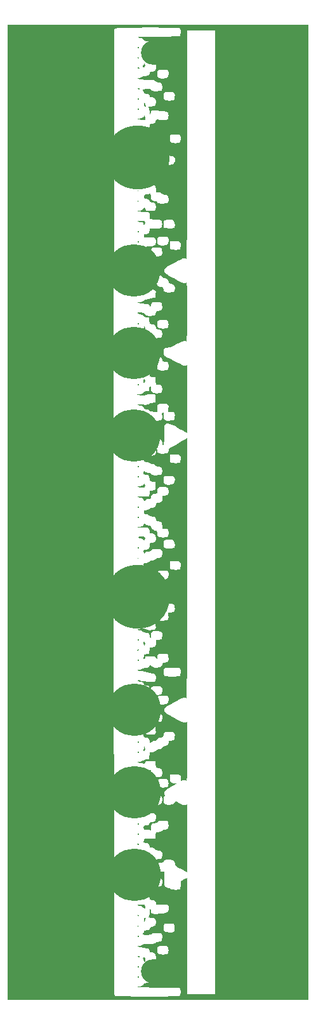
<source format=gbr>
%TF.GenerationSoftware,KiCad,Pcbnew,(6.0.2-0)*%
%TF.CreationDate,2022-07-30T10:58:12+02:00*%
%TF.ProjectId,blindeTaubeFront,626c696e-6465-4546-9175-626546726f6e,rev?*%
%TF.SameCoordinates,Original*%
%TF.FileFunction,Soldermask,Top*%
%TF.FilePolarity,Negative*%
%FSLAX46Y46*%
G04 Gerber Fmt 4.6, Leading zero omitted, Abs format (unit mm)*
G04 Created by KiCad (PCBNEW (6.0.2-0)) date 2022-07-30 10:58:12*
%MOMM*%
%LPD*%
G01*
G04 APERTURE LIST*
%ADD10C,8.500000*%
%ADD11O,4.200000X3.200000*%
%ADD12C,7.000000*%
G04 APERTURE END LIST*
%TO.C,G\u002A\u002A\u002A*%
G36*
X109581416Y-68310566D02*
G01*
X109626852Y-68472901D01*
X109618999Y-68654793D01*
X109551061Y-68783699D01*
X109541054Y-68790666D01*
X109473314Y-68765707D01*
X109456104Y-68675588D01*
X109430017Y-68462435D01*
X109404540Y-68374258D01*
X109412427Y-68261060D01*
X109489490Y-68240333D01*
X109581416Y-68310566D01*
G37*
G36*
X109528838Y-103349852D02*
G01*
X109606437Y-103422083D01*
X109625845Y-103564044D01*
X109626003Y-103588666D01*
X109590340Y-103777444D01*
X109505195Y-103847001D01*
X109403336Y-103774351D01*
X109390794Y-103753651D01*
X109263936Y-103658198D01*
X109039794Y-103584937D01*
X108960824Y-103571389D01*
X108707788Y-103521822D01*
X108621764Y-103467312D01*
X108700216Y-103413841D01*
X108940610Y-103367388D01*
X109052592Y-103354858D01*
X109356429Y-103332421D01*
X109528838Y-103349852D01*
G37*
G36*
X108774217Y-149754245D02*
G01*
X108776505Y-149774333D01*
X108707359Y-149848637D01*
X108644067Y-149859000D01*
X108556139Y-149817954D01*
X108564130Y-149774333D01*
X108672735Y-149692896D01*
X108696569Y-149689666D01*
X108774217Y-149754245D01*
G37*
G36*
X108747304Y-123918203D02*
G01*
X108734030Y-123951000D01*
X108657694Y-124031770D01*
X108644067Y-124035666D01*
X108607579Y-123970160D01*
X108606605Y-123951000D01*
X108671911Y-123869586D01*
X108696569Y-123866333D01*
X108747304Y-123918203D01*
G37*
G36*
X108873648Y-43569266D02*
G01*
X108903930Y-43602333D01*
X108877919Y-43668973D01*
X108781519Y-43687000D01*
X108640778Y-43652456D01*
X108606605Y-43602333D01*
X108675048Y-43526394D01*
X108729017Y-43517666D01*
X108873648Y-43569266D01*
G37*
G36*
X108774036Y-141626095D02*
G01*
X108776505Y-141646333D01*
X108711860Y-141728539D01*
X108691555Y-141731000D01*
X108609074Y-141666570D01*
X108606605Y-141646333D01*
X108671250Y-141564126D01*
X108691555Y-141561666D01*
X108774036Y-141626095D01*
G37*
G36*
X108774036Y-62632095D02*
G01*
X108776505Y-62652333D01*
X108711860Y-62734539D01*
X108691555Y-62737000D01*
X108609074Y-62672570D01*
X108606605Y-62652333D01*
X108671250Y-62570126D01*
X108691555Y-62567666D01*
X108774036Y-62632095D01*
G37*
G36*
X109596010Y-145482653D02*
G01*
X109625766Y-145693540D01*
X109626003Y-145724444D01*
X109579185Y-145902852D01*
X109470819Y-145972589D01*
X109349041Y-145908523D01*
X109328679Y-145879666D01*
X109217297Y-145825547D01*
X109006022Y-145796546D01*
X108941391Y-145795000D01*
X108730468Y-145775959D01*
X108614394Y-145728473D01*
X108606605Y-145710333D01*
X108680926Y-145652896D01*
X108862152Y-145625951D01*
X108885028Y-145625666D01*
X109139524Y-145587678D01*
X109341093Y-145501655D01*
X109506069Y-145422562D01*
X109596010Y-145482653D01*
G37*
G36*
X108691555Y-88433333D02*
G01*
X108772596Y-88509415D01*
X108776505Y-88522996D01*
X108710780Y-88559362D01*
X108691555Y-88560333D01*
X108609870Y-88495245D01*
X108606605Y-88470669D01*
X108658649Y-88420103D01*
X108691555Y-88433333D01*
G37*
G36*
X131458110Y-35051000D02*
G01*
X131458110Y-165099000D01*
X91276840Y-165099000D01*
X91276840Y-100831480D01*
X105456553Y-100831480D01*
X105456708Y-103693409D01*
X105457043Y-106548994D01*
X105457559Y-109393215D01*
X105458254Y-112221053D01*
X105459128Y-115027488D01*
X105460183Y-117807501D01*
X105461417Y-120556073D01*
X105462832Y-123268184D01*
X105464426Y-125938815D01*
X105466199Y-128562947D01*
X105468152Y-131135559D01*
X105470285Y-133651634D01*
X105472597Y-136106151D01*
X105475089Y-138494091D01*
X105477761Y-140810435D01*
X105480612Y-143050164D01*
X105483642Y-145208257D01*
X105486852Y-147279696D01*
X105490241Y-149259462D01*
X105493810Y-151142534D01*
X105497558Y-152923894D01*
X105501485Y-154598522D01*
X105505591Y-156161399D01*
X105509877Y-157607505D01*
X105514342Y-158931821D01*
X105518986Y-160129329D01*
X105523809Y-161195007D01*
X105528811Y-162123838D01*
X105533993Y-162910801D01*
X105539353Y-163550877D01*
X105544893Y-164039048D01*
X105550611Y-164370293D01*
X105556509Y-164539593D01*
X105559354Y-164561807D01*
X105663983Y-164587925D01*
X105918677Y-164611033D01*
X106303625Y-164631101D01*
X106799019Y-164648104D01*
X107385050Y-164662013D01*
X108041909Y-164672800D01*
X108749785Y-164680437D01*
X109488871Y-164684896D01*
X110239358Y-164686150D01*
X110981435Y-164684171D01*
X111695293Y-164678930D01*
X112361125Y-164670401D01*
X112959119Y-164658554D01*
X113469469Y-164643364D01*
X113872363Y-164624800D01*
X114147993Y-164602837D01*
X114276550Y-164577445D01*
X114281254Y-164574066D01*
X114352292Y-164420512D01*
X114384482Y-164181463D01*
X114379711Y-163916981D01*
X114339868Y-163687125D01*
X114266837Y-163551956D01*
X114248821Y-163541725D01*
X114133724Y-163529256D01*
X113870023Y-163517879D01*
X113479013Y-163507971D01*
X112981990Y-163499913D01*
X112400247Y-163494082D01*
X111755081Y-163490859D01*
X111360527Y-163490333D01*
X110521763Y-163487748D01*
X109828280Y-163480096D01*
X109285127Y-163467533D01*
X108897347Y-163450214D01*
X108669988Y-163428293D01*
X108606605Y-163405666D01*
X108681995Y-163352764D01*
X108870441Y-163323228D01*
X108948226Y-163321000D01*
X109187361Y-163300614D01*
X109321278Y-163219877D01*
X109384645Y-163113633D01*
X109491945Y-162968500D01*
X109676627Y-162898318D01*
X109828403Y-162880799D01*
X110054979Y-162850664D01*
X110166153Y-162778533D01*
X110216391Y-162625602D01*
X110220681Y-162601333D01*
X110265444Y-162441452D01*
X110362438Y-162357910D01*
X110563168Y-162314807D01*
X110645837Y-162305000D01*
X111027676Y-162262666D01*
X111054000Y-161799571D01*
X111044233Y-161457821D01*
X110952706Y-161248268D01*
X110757129Y-161144485D01*
X110480503Y-161119666D01*
X110178177Y-161119666D01*
X110178177Y-160569333D01*
X110186608Y-160260984D01*
X110216831Y-160089560D01*
X110276247Y-160023258D01*
X110306214Y-160019000D01*
X110386299Y-160059407D01*
X110412912Y-160204434D01*
X110404925Y-160386500D01*
X110414879Y-160697716D01*
X110519156Y-160896275D01*
X110739797Y-161002050D01*
X111098847Y-161034912D01*
X111124278Y-161035000D01*
X111500231Y-161017848D01*
X111737864Y-160952143D01*
X111866553Y-160816510D01*
X111915674Y-160589576D01*
X111919649Y-160456287D01*
X111892435Y-160135587D01*
X111793440Y-159947987D01*
X111596635Y-159863507D01*
X111392960Y-159849666D01*
X111070151Y-159849666D01*
X111070151Y-159436700D01*
X111044814Y-159124989D01*
X110948582Y-158940978D01*
X110751121Y-158847928D01*
X110560482Y-158819417D01*
X110352909Y-158778066D01*
X110255416Y-158674657D01*
X110220616Y-158537333D01*
X110202799Y-158471714D01*
X111244388Y-158471714D01*
X111252611Y-158741267D01*
X111312626Y-158946931D01*
X111341990Y-158986066D01*
X111481307Y-159041488D01*
X111741038Y-159077654D01*
X112004599Y-159087666D01*
X112325661Y-159072497D01*
X112565865Y-159032006D01*
X112667207Y-158986066D01*
X112743702Y-158814989D01*
X112767650Y-158557302D01*
X112741497Y-158286616D01*
X112667683Y-158076540D01*
X112635655Y-158035380D01*
X112447666Y-157942834D01*
X112115650Y-157904008D01*
X112004599Y-157902333D01*
X111632977Y-157927771D01*
X111409150Y-158006135D01*
X111373543Y-158035380D01*
X111285512Y-158211882D01*
X111244388Y-158471714D01*
X110202799Y-158471714D01*
X110177536Y-158378676D01*
X110085216Y-158299042D01*
X109892000Y-158264345D01*
X109795496Y-158256821D01*
X109546141Y-158224161D01*
X109368535Y-158173203D01*
X109332926Y-158150988D01*
X109200884Y-158099077D01*
X108978485Y-158072554D01*
X108929415Y-158071666D01*
X108722996Y-158051967D01*
X108612461Y-158003046D01*
X108606605Y-157987000D01*
X108681172Y-157930576D01*
X108864054Y-157902904D01*
X108897862Y-157902333D01*
X109132454Y-157869169D01*
X109302722Y-157788816D01*
X109308376Y-157783473D01*
X109451039Y-157716085D01*
X109727277Y-157674818D01*
X110154078Y-157657217D01*
X110185180Y-157656857D01*
X110585226Y-157644598D01*
X110844716Y-157614599D01*
X110992479Y-157562288D01*
X111037041Y-157521717D01*
X111195025Y-157415469D01*
X111307597Y-157394333D01*
X111524117Y-157363945D01*
X111701744Y-157311762D01*
X111839881Y-157235643D01*
X111903486Y-157109096D01*
X111919601Y-156875194D01*
X111919649Y-156853020D01*
X111911245Y-156543024D01*
X111863837Y-156352848D01*
X111744125Y-156253268D01*
X111518814Y-156215063D01*
X111185820Y-156209000D01*
X110837328Y-156217810D01*
X110626997Y-156248103D01*
X110523819Y-156305675D01*
X110506222Y-156336000D01*
X110433150Y-156407072D01*
X110261422Y-156447179D01*
X109959962Y-156462379D01*
X109854774Y-156463000D01*
X109540499Y-156456891D01*
X109373522Y-156435553D01*
X109331582Y-156394468D01*
X109354164Y-156361399D01*
X109437246Y-156198413D01*
X109456104Y-156069934D01*
X109480803Y-155946670D01*
X109585003Y-155883788D01*
X109813755Y-155854034D01*
X110049616Y-155820790D01*
X110168919Y-155745808D01*
X110220606Y-155616333D01*
X110261586Y-155531666D01*
X112089549Y-155531666D01*
X112110514Y-155788460D01*
X112163353Y-155979511D01*
X112191488Y-156022733D01*
X112331406Y-156078149D01*
X112594053Y-156114177D01*
X112868098Y-156124333D01*
X113183107Y-156117552D01*
X113372633Y-156089262D01*
X113480822Y-156027539D01*
X113540250Y-155942794D01*
X113593850Y-155736142D01*
X113593848Y-155471044D01*
X113548073Y-155216010D01*
X113464357Y-155039550D01*
X113433950Y-155012760D01*
X113270394Y-154965759D01*
X113009189Y-154943676D01*
X112710109Y-154945170D01*
X112432928Y-154968904D01*
X112237419Y-155013537D01*
X112191488Y-155040600D01*
X112129744Y-155182239D01*
X112093522Y-155420215D01*
X112089549Y-155531666D01*
X110261586Y-155531666D01*
X110295444Y-155461715D01*
X110459749Y-155390483D01*
X110563449Y-155376582D01*
X110794539Y-155333039D01*
X110957096Y-155265434D01*
X110963622Y-155260382D01*
X111031736Y-155118030D01*
X111064331Y-154878547D01*
X111061086Y-154610460D01*
X111021682Y-154382296D01*
X110968211Y-154278600D01*
X110828294Y-154219293D01*
X110587058Y-154182689D01*
X110441522Y-154177000D01*
X110194957Y-154168392D01*
X110094388Y-154137689D01*
X110116558Y-154077571D01*
X110118712Y-154075399D01*
X110174384Y-153939673D01*
X110211411Y-153695663D01*
X110220652Y-153482733D01*
X110233944Y-153219106D01*
X110268447Y-153041109D01*
X110305602Y-152991666D01*
X110371308Y-153063596D01*
X110390552Y-153187151D01*
X110440767Y-153416886D01*
X110505537Y-153539362D01*
X110573368Y-153609630D01*
X110674080Y-153651346D01*
X110842251Y-153668142D01*
X111112459Y-153663653D01*
X111492920Y-153643118D01*
X111990487Y-153602760D01*
X112342147Y-153543385D01*
X112571779Y-153452170D01*
X112703262Y-153316291D01*
X112760474Y-153122926D01*
X112769147Y-152957748D01*
X112751911Y-152702859D01*
X112681804Y-152536082D01*
X112531228Y-152442103D01*
X112272586Y-152405611D01*
X111878281Y-152411294D01*
X111791939Y-152415553D01*
X111070151Y-152453311D01*
X111070151Y-152217467D01*
X110999852Y-151984463D01*
X110790521Y-151847005D01*
X110481086Y-151806333D01*
X110297742Y-151786182D01*
X110229113Y-151692161D01*
X110220652Y-151561391D01*
X110203953Y-151408776D01*
X110134786Y-151308266D01*
X109984546Y-151249296D01*
X109724628Y-151221299D01*
X109326428Y-151213709D01*
X109279256Y-151213666D01*
X108945211Y-151203670D01*
X108710777Y-151176416D01*
X108608528Y-151136003D01*
X108606605Y-151129000D01*
X108681995Y-151076097D01*
X108870441Y-151046562D01*
X108948226Y-151044333D01*
X109189381Y-151023128D01*
X109323693Y-150941322D01*
X109380024Y-150847074D01*
X109435536Y-150749101D01*
X109517041Y-150693515D01*
X109664197Y-150672069D01*
X109916663Y-150676517D01*
X110142173Y-150688586D01*
X110556914Y-150698341D01*
X110830946Y-150662910D01*
X110990081Y-150570705D01*
X111060134Y-150410136D01*
X111070151Y-150271966D01*
X111085758Y-150112769D01*
X111165665Y-150044073D01*
X111359495Y-150028424D01*
X111392960Y-150028333D01*
X111630806Y-150003059D01*
X111800444Y-149940831D01*
X111817709Y-149926733D01*
X111884988Y-149770455D01*
X111915064Y-149520529D01*
X111907936Y-149248528D01*
X111863605Y-149026028D01*
X111817709Y-148944599D01*
X111679922Y-148889215D01*
X111427193Y-148852709D01*
X111186653Y-148843000D01*
X110795670Y-148871030D01*
X110546339Y-148963212D01*
X110418627Y-149131683D01*
X110390552Y-149325297D01*
X110373163Y-149470974D01*
X110286727Y-149511800D01*
X110125084Y-149488583D01*
X109864864Y-149449712D01*
X109657860Y-149435666D01*
X109513110Y-149406027D01*
X109460398Y-149283728D01*
X109456104Y-149181666D01*
X109477710Y-149001303D01*
X109575886Y-148934932D01*
X109694717Y-148927666D01*
X109987658Y-148864908D01*
X110181250Y-148692797D01*
X110235483Y-148546666D01*
X110295818Y-148431545D01*
X110454344Y-148364675D01*
X110646161Y-148335000D01*
X111027676Y-148292666D01*
X111054000Y-147829571D01*
X111046360Y-147494625D01*
X110958616Y-147287838D01*
X110763210Y-147180472D01*
X110432582Y-147143793D01*
X110395553Y-147142982D01*
X110191128Y-147131180D01*
X110101575Y-147108550D01*
X110114465Y-147093593D01*
X110182242Y-146979488D01*
X110216796Y-146715138D01*
X110220652Y-146549944D01*
X110238632Y-146233302D01*
X110290947Y-146074619D01*
X110375160Y-146077067D01*
X110475502Y-146218333D01*
X110550377Y-146310784D01*
X110678579Y-146362452D01*
X110903126Y-146384280D01*
X111141099Y-146387666D01*
X111469500Y-146372759D01*
X111713461Y-146332715D01*
X111817709Y-146286066D01*
X111884988Y-146129789D01*
X111915064Y-145879862D01*
X111907936Y-145607861D01*
X111863605Y-145385361D01*
X111817709Y-145303933D01*
X111668414Y-145235161D01*
X111439924Y-145202712D01*
X111413394Y-145202333D01*
X111141531Y-145154619D01*
X111008214Y-145038264D01*
X110827800Y-144901236D01*
X110584268Y-144847764D01*
X110365863Y-144811081D01*
X110264427Y-144725748D01*
X110233750Y-144609666D01*
X110156999Y-144358637D01*
X109992683Y-144226402D01*
X109706765Y-144186391D01*
X109691463Y-144186333D01*
X109475819Y-144173831D01*
X109395117Y-144125809D01*
X109404540Y-144052408D01*
X109451636Y-143845662D01*
X109456002Y-143777241D01*
X109477292Y-143710119D01*
X109561704Y-143668006D01*
X109739873Y-143645395D01*
X110042437Y-143636780D01*
X110241788Y-143636000D01*
X111027676Y-143636000D01*
X111053353Y-143191500D01*
X111079029Y-142747000D01*
X111371914Y-142747000D01*
X111669452Y-142686152D01*
X111834699Y-142577666D01*
X112069020Y-142443349D01*
X112284933Y-142408333D01*
X112556987Y-142366915D01*
X112710166Y-142226039D01*
X112767226Y-141960775D01*
X112769147Y-141877833D01*
X112750229Y-141565820D01*
X112672803Y-141371014D01*
X112505864Y-141266938D01*
X112218403Y-141227112D01*
X112002330Y-141223000D01*
X111677205Y-141230479D01*
X111478204Y-141259945D01*
X111361938Y-141321938D01*
X111305285Y-141392333D01*
X111149638Y-141522166D01*
X110882805Y-141561666D01*
X110622907Y-141605058D01*
X110467109Y-141750319D01*
X110398021Y-142020077D01*
X110390552Y-142202178D01*
X110390552Y-142515155D01*
X110071990Y-142462676D01*
X109824322Y-142427490D01*
X109632937Y-142409737D01*
X109614408Y-142409265D01*
X109493447Y-142330256D01*
X109438590Y-142158455D01*
X109427375Y-141998571D01*
X109485479Y-141922042D01*
X109655843Y-141890543D01*
X109746876Y-141883288D01*
X109992800Y-141841698D01*
X110135965Y-141739040D01*
X110203416Y-141625166D01*
X110329337Y-141452743D01*
X110522424Y-141394318D01*
X110590572Y-141392333D01*
X110814275Y-141362744D01*
X110967422Y-141291511D01*
X110968211Y-141290733D01*
X111035490Y-141134455D01*
X111065566Y-140884529D01*
X111058438Y-140612528D01*
X111014106Y-140390028D01*
X110968211Y-140308599D01*
X110832636Y-140256006D01*
X110587396Y-140221265D01*
X110292021Y-140206850D01*
X110006044Y-140215237D01*
X109788996Y-140248900D01*
X109760376Y-140258391D01*
X109645838Y-140376530D01*
X109626003Y-140465061D01*
X109582808Y-140633852D01*
X109482481Y-140664077D01*
X109372427Y-140548038D01*
X109251236Y-140425313D01*
X109033598Y-140378582D01*
X108943416Y-140376333D01*
X108697963Y-140362402D01*
X108605553Y-140326739D01*
X108652189Y-140278535D01*
X108823871Y-140226984D01*
X109106602Y-140181276D01*
X109264967Y-140165180D01*
X109674818Y-140128776D01*
X109945634Y-140090497D01*
X110107401Y-140031268D01*
X110190106Y-139932019D01*
X110223734Y-139773676D01*
X110237782Y-139546427D01*
X110263127Y-139064000D01*
X110911659Y-139093388D01*
X111343050Y-139099981D01*
X111633166Y-139063706D01*
X111808255Y-138969924D01*
X111894564Y-138803991D01*
X111918340Y-138551269D01*
X111918348Y-138531854D01*
X111904423Y-138271896D01*
X111870744Y-138077309D01*
X111851654Y-138030110D01*
X111730751Y-137973197D01*
X111461583Y-137929065D01*
X111065523Y-137901090D01*
X111024694Y-137899492D01*
X110263127Y-137871431D01*
X110236604Y-137621048D01*
X110139700Y-137347268D01*
X109923627Y-137192972D01*
X109694717Y-137159000D01*
X109523414Y-137134893D01*
X109461930Y-137026870D01*
X109456104Y-136913006D01*
X109456104Y-136667012D01*
X110133769Y-136713305D01*
X110538629Y-136729010D01*
X110800498Y-136708801D01*
X110940792Y-136652599D01*
X111022042Y-136500428D01*
X111064200Y-136255158D01*
X111064479Y-136204381D01*
X111244388Y-136204381D01*
X111252611Y-136473934D01*
X111312626Y-136679597D01*
X111341990Y-136718733D01*
X111481307Y-136774155D01*
X111741038Y-136810321D01*
X112004599Y-136820333D01*
X112325661Y-136805164D01*
X112565865Y-136764673D01*
X112667207Y-136718733D01*
X112743702Y-136547655D01*
X112767650Y-136289969D01*
X112741497Y-136019282D01*
X112667683Y-135809207D01*
X112635655Y-135768047D01*
X112447666Y-135675501D01*
X112115650Y-135636674D01*
X112004599Y-135635000D01*
X111632977Y-135660438D01*
X111409150Y-135738802D01*
X111373543Y-135768047D01*
X111285512Y-135944549D01*
X111244388Y-136204381D01*
X111064479Y-136204381D01*
X111065684Y-135984835D01*
X111024916Y-135757502D01*
X110963963Y-135654749D01*
X110833794Y-135607962D01*
X110581909Y-135559453D01*
X110256172Y-135517894D01*
X110156940Y-135508570D01*
X109807846Y-135473433D01*
X109596278Y-135435463D01*
X109490009Y-135384774D01*
X109456811Y-135311480D01*
X109456104Y-135293568D01*
X109398765Y-135109736D01*
X109322611Y-135006047D01*
X109257378Y-134924854D01*
X109295401Y-134885699D01*
X109464574Y-134873611D01*
X109570513Y-134873000D01*
X109917685Y-134855083D01*
X110123170Y-134794574D01*
X110212034Y-134681330D01*
X110220652Y-134609941D01*
X110268994Y-134477558D01*
X110331019Y-134449666D01*
X110405917Y-134518178D01*
X110408465Y-134730627D01*
X110407804Y-134736360D01*
X110412179Y-134990379D01*
X110469681Y-135200818D01*
X110470326Y-135202027D01*
X110540512Y-135295606D01*
X110653495Y-135349722D01*
X110851005Y-135374732D01*
X111174771Y-135380993D01*
X111191475Y-135381000D01*
X111543075Y-135373417D01*
X111758275Y-135331124D01*
X111870491Y-135224800D01*
X111913135Y-135025125D01*
X111919649Y-134742054D01*
X111879611Y-134446873D01*
X111743112Y-134274479D01*
X111485579Y-134201905D01*
X111335024Y-134195666D01*
X111185595Y-134186100D01*
X111106351Y-134129027D01*
X111070321Y-133981886D01*
X111053353Y-133751166D01*
X111027676Y-133306666D01*
X110368575Y-133281925D01*
X110036416Y-133272184D01*
X109834111Y-133280878D01*
X109721792Y-133318669D01*
X109659593Y-133396220D01*
X109624084Y-133481032D01*
X109533178Y-133636770D01*
X109414989Y-133649608D01*
X109391211Y-133640237D01*
X109209312Y-133587086D01*
X108958690Y-133542269D01*
X108925167Y-133538071D01*
X108688078Y-133486600D01*
X108615717Y-133422752D01*
X108706777Y-133369333D01*
X108936003Y-133349000D01*
X109179624Y-133318690D01*
X109350568Y-133243197D01*
X109367368Y-133226545D01*
X109512396Y-133143218D01*
X109748153Y-133086361D01*
X109823757Y-133078379D01*
X110178177Y-133052666D01*
X110229131Y-132079000D01*
X110559874Y-132079000D01*
X110845008Y-132037765D01*
X111005294Y-131915821D01*
X111194714Y-131781610D01*
X111456098Y-131725321D01*
X111713975Y-131672837D01*
X111852854Y-131554293D01*
X111872204Y-131516473D01*
X112009904Y-131368993D01*
X112277652Y-131291470D01*
X112287959Y-131290059D01*
X112569600Y-131218205D01*
X112718307Y-131075603D01*
X112767124Y-130827670D01*
X112767846Y-130787833D01*
X112790254Y-130626658D01*
X112889894Y-130563435D01*
X113045234Y-130553703D01*
X113273399Y-130531864D01*
X113433950Y-130481239D01*
X113527249Y-130340563D01*
X113584887Y-130101351D01*
X113599035Y-129832112D01*
X113561862Y-129601357D01*
X113540250Y-129551205D01*
X113466550Y-129453337D01*
X113348522Y-129398289D01*
X113142333Y-129374335D01*
X112861510Y-129369666D01*
X112501380Y-129382907D01*
X112275461Y-129436279D01*
X112149212Y-129550252D01*
X112088092Y-129745299D01*
X112075828Y-129835333D01*
X112037195Y-130002535D01*
X111936630Y-130086594D01*
X111721439Y-130129880D01*
X111707274Y-130131666D01*
X111443460Y-130198491D01*
X111300480Y-130330635D01*
X111283619Y-130364500D01*
X111164431Y-130508739D01*
X110949053Y-130554698D01*
X110921750Y-130555000D01*
X110646588Y-130614184D01*
X110501992Y-130719996D01*
X110355386Y-130837838D01*
X110260257Y-130795694D01*
X110221347Y-130596378D01*
X110220652Y-130552982D01*
X110150341Y-130312402D01*
X109946457Y-130169751D01*
X109683705Y-130131666D01*
X109528245Y-130096851D01*
X109453688Y-129960316D01*
X109436913Y-129870395D01*
X109422427Y-129692920D01*
X109477961Y-129640577D01*
X109618408Y-129666816D01*
X110017998Y-129743016D01*
X110411067Y-129769639D01*
X110734754Y-129744198D01*
X110840792Y-129715190D01*
X110974421Y-129653065D01*
X111042301Y-129565595D01*
X111062295Y-129404175D01*
X111053167Y-129137317D01*
X111027676Y-128650000D01*
X110645401Y-128623488D01*
X110395924Y-128590852D01*
X110218181Y-128539931D01*
X110182425Y-128517654D01*
X110050184Y-128465538D01*
X109828173Y-128439137D01*
X109781902Y-128438333D01*
X109527142Y-128405001D01*
X109384784Y-128292264D01*
X109371154Y-128269000D01*
X109248900Y-128147477D01*
X109027362Y-128101613D01*
X108943416Y-128099666D01*
X108697963Y-128085736D01*
X108605553Y-128050072D01*
X108652189Y-128001869D01*
X108823871Y-127950317D01*
X109106602Y-127904610D01*
X109264967Y-127888514D01*
X109672635Y-127850499D01*
X109942940Y-127812804D01*
X110108078Y-127765066D01*
X110200248Y-127696922D01*
X110251646Y-127598009D01*
X110261760Y-127567695D01*
X110305876Y-127454317D01*
X110340605Y-127479993D01*
X110384800Y-127641390D01*
X110448498Y-127857379D01*
X110509434Y-128001223D01*
X110625630Y-128056284D01*
X110855507Y-128088933D01*
X111144361Y-128099302D01*
X111437486Y-128087522D01*
X111680177Y-128053726D01*
X111817709Y-127998066D01*
X111884988Y-127841789D01*
X111915064Y-127591862D01*
X111907936Y-127319861D01*
X111863605Y-127097361D01*
X111817709Y-127015933D01*
X111670305Y-126949055D01*
X111438739Y-126915315D01*
X111392960Y-126914333D01*
X111182027Y-126902553D01*
X111091006Y-126842245D01*
X111070272Y-126695957D01*
X111070151Y-126670700D01*
X111035753Y-126452776D01*
X110915415Y-126319687D01*
X110683416Y-126257661D01*
X110314034Y-126252927D01*
X110291782Y-126253934D01*
X109988328Y-126276278D01*
X109809934Y-126317732D01*
X109711797Y-126393840D01*
X109669572Y-126469833D01*
X109520878Y-126629346D01*
X109361629Y-126660333D01*
X109108177Y-126677779D01*
X108872074Y-126713250D01*
X108669897Y-126727083D01*
X108606605Y-126670916D01*
X108681134Y-126607454D01*
X108863934Y-126576313D01*
X108897862Y-126575666D01*
X109173124Y-126523202D01*
X109374821Y-126387229D01*
X109456020Y-126199879D01*
X109456104Y-126193487D01*
X109537793Y-126104487D01*
X109777591Y-126054613D01*
X109817141Y-126051368D01*
X110178177Y-126025333D01*
X110203854Y-125580833D01*
X110224296Y-125322329D01*
X110264783Y-125190457D01*
X110352285Y-125142655D01*
X110485526Y-125136333D01*
X110816596Y-125087894D01*
X110834935Y-125074030D01*
X111241547Y-125074030D01*
X111267701Y-125344717D01*
X111341514Y-125554792D01*
X111373543Y-125595952D01*
X111561531Y-125688498D01*
X111893547Y-125727325D01*
X112004599Y-125729000D01*
X112376221Y-125703561D01*
X112600048Y-125625197D01*
X112635655Y-125595952D01*
X112723685Y-125419450D01*
X112764810Y-125159618D01*
X112756586Y-124890065D01*
X112696571Y-124684402D01*
X112667207Y-124645266D01*
X112527890Y-124589844D01*
X112268160Y-124553678D01*
X112004599Y-124543666D01*
X111683537Y-124558835D01*
X111443333Y-124599326D01*
X111341990Y-124645266D01*
X111265496Y-124816344D01*
X111241547Y-125074030D01*
X110834935Y-125074030D01*
X111010525Y-124941288D01*
X111070151Y-124710021D01*
X111084999Y-124546099D01*
X111162715Y-124475364D01*
X111353053Y-124459126D01*
X111392960Y-124459000D01*
X111630806Y-124433725D01*
X111800444Y-124371498D01*
X111817709Y-124357399D01*
X111884988Y-124201122D01*
X111915064Y-123951196D01*
X111907936Y-123679195D01*
X111863605Y-123456694D01*
X111817709Y-123375266D01*
X111677791Y-123319850D01*
X111415145Y-123283822D01*
X111141099Y-123273666D01*
X110775787Y-123292915D01*
X110548365Y-123364031D01*
X110429848Y-123507073D01*
X110391250Y-123742097D01*
X110390552Y-123793033D01*
X110369745Y-123920394D01*
X110320519Y-123913762D01*
X110262668Y-123801517D01*
X110215985Y-123612039D01*
X110205471Y-123527666D01*
X110176197Y-123340581D01*
X110100196Y-123250251D01*
X109926224Y-123214135D01*
X109817141Y-123205298D01*
X109577952Y-123170424D01*
X109471429Y-123099986D01*
X109456104Y-123031731D01*
X109385326Y-122822682D01*
X109172870Y-122706819D01*
X108922336Y-122681000D01*
X108697635Y-122660765D01*
X108626778Y-122597280D01*
X108631382Y-122575166D01*
X108732341Y-122499089D01*
X108787124Y-122503216D01*
X109153430Y-122590991D01*
X109567094Y-122661058D01*
X109988532Y-122710212D01*
X110378162Y-122735249D01*
X110696402Y-122732964D01*
X110903668Y-122700154D01*
X110946333Y-122678016D01*
X111024944Y-122526316D01*
X111064596Y-122279059D01*
X111063759Y-122005860D01*
X111020905Y-121776335D01*
X110968211Y-121681933D01*
X110820358Y-121614605D01*
X110589496Y-121581148D01*
X110548475Y-121580333D01*
X110330042Y-121562304D01*
X110195754Y-121517788D01*
X110184759Y-121506280D01*
X110080780Y-121455493D01*
X109888508Y-121411000D01*
X112089549Y-121411000D01*
X112110514Y-121667793D01*
X112163353Y-121858845D01*
X112191488Y-121902066D01*
X112323492Y-121949486D01*
X112580772Y-121982732D01*
X112919306Y-122001804D01*
X113295065Y-122006702D01*
X113664025Y-121997426D01*
X113982161Y-121973976D01*
X114205445Y-121936352D01*
X114281254Y-121902066D01*
X114342999Y-121760427D01*
X114379221Y-121522451D01*
X114383194Y-121411000D01*
X114362228Y-121154206D01*
X114309389Y-120963154D01*
X114281254Y-120919933D01*
X114135085Y-120866946D01*
X113825151Y-120833067D01*
X113356558Y-120818793D01*
X113236371Y-120818333D01*
X112734545Y-120828354D01*
X112390287Y-120858086D01*
X112208704Y-120907033D01*
X112191488Y-120919933D01*
X112129744Y-121061572D01*
X112093522Y-121299548D01*
X112089549Y-121411000D01*
X109888508Y-121411000D01*
X109863742Y-121405269D01*
X109691284Y-121380044D01*
X109207496Y-121318474D01*
X108876786Y-121263351D01*
X108682625Y-121211136D01*
X108608487Y-121158289D01*
X108606605Y-121147736D01*
X108681837Y-121099908D01*
X108869104Y-121073906D01*
X108936003Y-121072333D01*
X109189583Y-121039620D01*
X109360750Y-120956491D01*
X109371154Y-120945333D01*
X109530466Y-120857596D01*
X109784752Y-120818732D01*
X109814258Y-120818333D01*
X110048141Y-120798579D01*
X110163876Y-120724938D01*
X110196038Y-120649000D01*
X110269303Y-120505186D01*
X110387943Y-120508877D01*
X110560452Y-120649000D01*
X110741730Y-120765240D01*
X111010481Y-120814191D01*
X111160685Y-120818333D01*
X111541370Y-120792392D01*
X111780110Y-120706707D01*
X111897906Y-120549480D01*
X111919649Y-120392021D01*
X111934498Y-120228099D01*
X112012214Y-120157364D01*
X112202551Y-120141126D01*
X112242458Y-120141000D01*
X112535811Y-120104243D01*
X112700906Y-119975469D01*
X112765298Y-119726924D01*
X112769147Y-119610500D01*
X112749489Y-119295656D01*
X112669751Y-119100216D01*
X112498789Y-118997006D01*
X112205457Y-118958853D01*
X112018600Y-118955666D01*
X111645579Y-118971534D01*
X111410907Y-119030746D01*
X111285034Y-119150715D01*
X111238412Y-119348855D01*
X111235594Y-119417100D01*
X111231139Y-119675333D01*
X111097808Y-119484833D01*
X111009348Y-119385690D01*
X110887602Y-119328189D01*
X110688478Y-119301394D01*
X110367888Y-119294369D01*
X110329762Y-119294333D01*
X110000959Y-119299228D01*
X109804108Y-119320198D01*
X109701394Y-119366673D01*
X109654999Y-119448081D01*
X109650618Y-119463666D01*
X109561406Y-119601319D01*
X109479582Y-119633000D01*
X109392600Y-119578741D01*
X109404540Y-119499075D01*
X109450296Y-119295109D01*
X109456104Y-119207610D01*
X109492842Y-119102076D01*
X109629664Y-119045791D01*
X109817141Y-119024034D01*
X110178177Y-118998000D01*
X110229531Y-118109000D01*
X110547901Y-118109000D01*
X110823629Y-118077471D01*
X110985169Y-117962977D01*
X111058107Y-117735653D01*
X111070151Y-117499399D01*
X111070151Y-117093000D01*
X111443336Y-117093000D01*
X111685775Y-117075929D01*
X111828961Y-117001850D01*
X111898264Y-116836456D01*
X111919057Y-116545444D01*
X111919649Y-116448979D01*
X111905877Y-116205294D01*
X111846534Y-116073005D01*
X111714579Y-115995184D01*
X111701744Y-115990237D01*
X111477069Y-115937798D01*
X111187294Y-115909354D01*
X111107095Y-115907666D01*
X110742466Y-115961472D01*
X110508872Y-116123019D01*
X110406118Y-116392498D01*
X110405962Y-116593889D01*
X110405112Y-116818919D01*
X110360713Y-116895904D01*
X110296549Y-116832267D01*
X110236404Y-116635432D01*
X110220652Y-116536048D01*
X110181189Y-116321804D01*
X110099695Y-116221764D01*
X109920697Y-116183700D01*
X109838756Y-116176482D01*
X109559098Y-116113298D01*
X109354147Y-115993357D01*
X109346985Y-115985982D01*
X109118348Y-115855072D01*
X108841156Y-115823000D01*
X108624828Y-115808072D01*
X108560468Y-115770262D01*
X108633471Y-115720034D01*
X108829231Y-115667847D01*
X109116304Y-115625911D01*
X109451674Y-115610646D01*
X109670152Y-115654631D01*
X109748427Y-115699767D01*
X109952293Y-115779366D01*
X110248000Y-115817070D01*
X110564144Y-115811984D01*
X110829318Y-115763214D01*
X110931576Y-115714595D01*
X111020845Y-115607291D01*
X111057907Y-115426744D01*
X111054000Y-115143095D01*
X111027676Y-114680000D01*
X110697216Y-114653015D01*
X110421656Y-114600059D01*
X110184732Y-114506241D01*
X110163007Y-114492974D01*
X110010899Y-114423639D01*
X109800098Y-114392157D01*
X109486810Y-114394206D01*
X109282931Y-114406119D01*
X108960335Y-114419275D01*
X108724118Y-114411561D01*
X108611239Y-114384641D01*
X108606605Y-114375660D01*
X108682093Y-114328072D01*
X108871119Y-114301210D01*
X108953784Y-114299000D01*
X109185197Y-114283484D01*
X109311171Y-114212724D01*
X109395103Y-114050403D01*
X109397157Y-114045000D01*
X109486933Y-113873715D01*
X109622962Y-113802975D01*
X109811538Y-113791000D01*
X110066106Y-113757160D01*
X110208270Y-113642960D01*
X110220652Y-113621666D01*
X110304621Y-113522515D01*
X110450864Y-113470820D01*
X110706099Y-113453064D01*
X110805820Y-113452333D01*
X111300060Y-113452333D01*
X111259289Y-113875229D01*
X111248259Y-114189631D01*
X111306380Y-114389927D01*
X111460662Y-114500680D01*
X111738116Y-114546453D01*
X112004599Y-114553000D01*
X112379088Y-114536879D01*
X112612412Y-114472140D01*
X112731582Y-114334221D01*
X112763609Y-114098557D01*
X112749908Y-113875229D01*
X112709137Y-113452333D01*
X113075953Y-113452333D01*
X113372979Y-113407304D01*
X113546613Y-113261912D01*
X113608227Y-113000694D01*
X113592155Y-112750592D01*
X113539546Y-112508343D01*
X113437459Y-112363379D01*
X113248818Y-112291637D01*
X112936551Y-112269053D01*
X112849096Y-112268296D01*
X112476793Y-112288945D01*
X112244461Y-112368695D01*
X112126080Y-112530538D01*
X112095630Y-112797463D01*
X112101534Y-112928825D01*
X112109619Y-113194933D01*
X112080936Y-113329476D01*
X112007693Y-113367742D01*
X112004599Y-113367771D01*
X111929837Y-113331947D01*
X111899878Y-113200950D01*
X111906931Y-112939492D01*
X111907663Y-112928825D01*
X111913673Y-112671214D01*
X111873766Y-112490488D01*
X111763663Y-112373179D01*
X111559085Y-112305815D01*
X111235755Y-112274926D01*
X110769393Y-112267041D01*
X110714835Y-112267000D01*
X110304131Y-112269912D01*
X110030001Y-112282320D01*
X109859164Y-112309728D01*
X109758342Y-112357643D01*
X109694255Y-112431569D01*
X109691239Y-112436333D01*
X109568127Y-112583737D01*
X109488732Y-112567889D01*
X109456622Y-112390074D01*
X109456104Y-112351666D01*
X109478648Y-112170447D01*
X109575925Y-112104034D01*
X109674063Y-112097666D01*
X109975017Y-112055094D01*
X110148760Y-111912520D01*
X110217307Y-111647660D01*
X110220652Y-111544354D01*
X110227522Y-111311405D01*
X110271051Y-111201534D01*
X110385624Y-111168504D01*
X110501740Y-111166333D01*
X110797703Y-111132165D01*
X110973719Y-111012572D01*
X111050613Y-110781913D01*
X111054000Y-110486428D01*
X111027676Y-110023333D01*
X110645401Y-109981000D01*
X110410117Y-109947028D01*
X110294645Y-109883667D01*
X110249687Y-109745220D01*
X110235561Y-109601098D01*
X110197205Y-109373253D01*
X110136029Y-109225423D01*
X110117824Y-109207987D01*
X109995888Y-109175725D01*
X109750542Y-109138607D01*
X109427887Y-109103225D01*
X109317129Y-109093454D01*
X108931621Y-109051474D01*
X108697981Y-109003852D01*
X108620689Y-108953505D01*
X108704227Y-108903352D01*
X108953015Y-108856320D01*
X109203954Y-108790052D01*
X109392553Y-108683682D01*
X109420301Y-108654672D01*
X109518773Y-108548469D01*
X109585796Y-108578575D01*
X109630287Y-108647500D01*
X109773002Y-108756864D01*
X110042474Y-108795347D01*
X110078456Y-108795666D01*
X110437517Y-108795666D01*
X110406009Y-109124954D01*
X110400786Y-109446340D01*
X110475933Y-109651738D01*
X110656529Y-109764577D01*
X110967655Y-109808287D01*
X111141099Y-109811666D01*
X111513593Y-109796037D01*
X111747502Y-109736988D01*
X111872254Y-109616279D01*
X111917274Y-109415670D01*
X111919649Y-109329066D01*
X111934504Y-109140351D01*
X112013994Y-109063970D01*
X112210509Y-109049666D01*
X112210905Y-109049666D01*
X112450673Y-109012177D01*
X112630590Y-108921474D01*
X112635655Y-108916619D01*
X112723685Y-108740117D01*
X112764810Y-108480285D01*
X112756586Y-108210732D01*
X112696571Y-108005068D01*
X112667207Y-107965933D01*
X112522706Y-107908157D01*
X112268685Y-107874773D01*
X111963749Y-107865779D01*
X111666506Y-107881176D01*
X111435564Y-107920964D01*
X111341990Y-107965933D01*
X111270751Y-108116958D01*
X111240075Y-108340668D01*
X111240050Y-108346933D01*
X111217517Y-108535966D01*
X111162524Y-108625268D01*
X111155100Y-108626333D01*
X111105795Y-108550366D01*
X111075145Y-108356902D01*
X111070151Y-108219933D01*
X111043013Y-107897791D01*
X110944859Y-107709035D01*
X110750580Y-107624019D01*
X110553863Y-107610333D01*
X110314400Y-107577129D01*
X110146758Y-107495070D01*
X110135702Y-107483333D01*
X109981745Y-107397057D01*
X109744533Y-107356839D01*
X109715264Y-107356333D01*
X109510170Y-107346401D01*
X109430503Y-107289519D01*
X109431912Y-107145058D01*
X109437983Y-107102333D01*
X109442171Y-107088039D01*
X112955606Y-107088039D01*
X112958737Y-107382622D01*
X112998879Y-107599706D01*
X113029720Y-107659539D01*
X113171867Y-107727954D01*
X113421791Y-107768642D01*
X113719517Y-107780716D01*
X114005069Y-107763287D01*
X114218474Y-107715468D01*
X114281254Y-107678066D01*
X114351791Y-107518382D01*
X114380883Y-107268304D01*
X114369776Y-106997186D01*
X114319716Y-106774383D01*
X114263416Y-106685324D01*
X114103335Y-106631300D01*
X113812195Y-106607989D01*
X113562580Y-106611457D01*
X112981522Y-106636666D01*
X112955606Y-107088039D01*
X109442171Y-107088039D01*
X109491397Y-106920035D01*
X109614659Y-106854099D01*
X109720595Y-106848333D01*
X109964427Y-106789775D01*
X110135702Y-106679000D01*
X110349996Y-106551539D01*
X110560452Y-106509666D01*
X110809886Y-106452254D01*
X110985201Y-106340333D01*
X111219521Y-106206016D01*
X111435435Y-106171000D01*
X111660539Y-106141900D01*
X111815363Y-106071668D01*
X111817709Y-106069400D01*
X111884988Y-105913122D01*
X111915064Y-105663196D01*
X111907936Y-105391195D01*
X111863605Y-105168694D01*
X111817709Y-105087266D01*
X111677791Y-105031850D01*
X111415145Y-104995822D01*
X111141099Y-104985666D01*
X110823353Y-104993101D01*
X110632113Y-105022702D01*
X110524360Y-105085414D01*
X110475502Y-105155000D01*
X110348503Y-105278841D01*
X110118235Y-105323269D01*
X110058125Y-105324333D01*
X109796048Y-105358168D01*
X109632449Y-105476602D01*
X109605529Y-105513687D01*
X109522196Y-105627455D01*
X109479525Y-105618850D01*
X109452050Y-105468056D01*
X109442326Y-105386687D01*
X109426782Y-105179967D01*
X109475329Y-105091318D01*
X109631493Y-105070721D01*
X109717610Y-105070333D01*
X109981819Y-105037460D01*
X110138270Y-104917480D01*
X110217060Y-104678355D01*
X110235560Y-104518926D01*
X110265495Y-104300532D01*
X110293044Y-104262054D01*
X112089549Y-104262054D01*
X112098190Y-104570570D01*
X112146389Y-104759400D01*
X112267561Y-104857865D01*
X112495120Y-104895284D01*
X112817722Y-104901000D01*
X113151110Y-104894521D01*
X113355330Y-104868894D01*
X113470824Y-104814827D01*
X113530707Y-104737232D01*
X113612920Y-104446068D01*
X113586657Y-104140346D01*
X113459204Y-103895824D01*
X113448746Y-103885000D01*
X113267467Y-103768759D01*
X112998716Y-103719808D01*
X112848512Y-103715666D01*
X112480827Y-103735827D01*
X112251027Y-103810069D01*
X112130445Y-103959030D01*
X112090414Y-104203348D01*
X112089549Y-104262054D01*
X110293044Y-104262054D01*
X110338681Y-104198313D01*
X110502260Y-104159155D01*
X110560110Y-104153248D01*
X110839477Y-104097894D01*
X110996432Y-103973659D01*
X111061905Y-103743737D01*
X111070151Y-103546333D01*
X111043734Y-103237825D01*
X110943866Y-103056457D01*
X110739615Y-102965424D01*
X110560110Y-102939417D01*
X110372506Y-102909567D01*
X110281962Y-102833212D01*
X110245764Y-102659121D01*
X110237025Y-102551896D01*
X110201615Y-102338414D01*
X110113863Y-102200389D01*
X109945947Y-102126664D01*
X109670042Y-102106086D01*
X109258328Y-102127499D01*
X109191961Y-102132903D01*
X108881269Y-102148152D01*
X108675336Y-102136206D01*
X108606605Y-102102073D01*
X108682040Y-102052381D01*
X108870735Y-102024513D01*
X108950506Y-102022333D01*
X109183537Y-102005165D01*
X109313236Y-101929872D01*
X109397920Y-101776966D01*
X109476600Y-101612445D01*
X109552201Y-101586530D01*
X109687399Y-101681686D01*
X109700555Y-101692299D01*
X109932203Y-101812411D01*
X110145113Y-101853000D01*
X110327406Y-101881927D01*
X110389002Y-101988114D01*
X110390552Y-102022333D01*
X110466512Y-102246212D01*
X110658579Y-102429143D01*
X110913032Y-102525231D01*
X110985201Y-102530333D01*
X111144477Y-102542233D01*
X111218149Y-102609230D01*
X111239081Y-102778273D01*
X111240050Y-102894400D01*
X111262471Y-103143887D01*
X111318536Y-103326901D01*
X111341990Y-103360066D01*
X111481908Y-103415482D01*
X111744554Y-103451510D01*
X112018600Y-103461666D01*
X112379463Y-103444515D01*
X112603470Y-103374946D01*
X112721765Y-103225785D01*
X112765495Y-102969861D01*
X112769147Y-102806832D01*
X112732654Y-102511357D01*
X112604806Y-102345068D01*
X112358046Y-102280210D01*
X112242458Y-102276333D01*
X111919649Y-102276333D01*
X111918348Y-101916500D01*
X111898912Y-101615583D01*
X111822493Y-101442794D01*
X111657828Y-101358881D01*
X111451322Y-101330140D01*
X111230941Y-101299261D01*
X111124834Y-101223160D01*
X111077392Y-101054594D01*
X111070151Y-101006333D01*
X111027192Y-100812919D01*
X110935733Y-100722455D01*
X110739685Y-100686754D01*
X110693579Y-100682799D01*
X110415727Y-100622237D01*
X110175139Y-100509759D01*
X110151186Y-100492299D01*
X109918395Y-100371961D01*
X109699497Y-100329000D01*
X109526810Y-100306638D01*
X109463226Y-100203874D01*
X109456104Y-100075000D01*
X109477532Y-99894787D01*
X109576004Y-99828432D01*
X109699497Y-99821000D01*
X109943729Y-99767935D01*
X110158883Y-99651666D01*
X110395381Y-99528571D01*
X110627161Y-99482333D01*
X110883829Y-99430301D01*
X111031909Y-99260001D01*
X111083248Y-99059000D01*
X111129109Y-98917735D01*
X111248724Y-98848081D01*
X111451322Y-98819859D01*
X111705206Y-98777618D01*
X111846777Y-98676716D01*
X111907302Y-98477899D01*
X111918348Y-98233500D01*
X111919649Y-97873666D01*
X112242458Y-97873666D01*
X112529644Y-97839235D01*
X112693860Y-97716613D01*
X112762314Y-97476808D01*
X112769147Y-97312447D01*
X112737143Y-97010106D01*
X112623430Y-96819788D01*
X112401454Y-96719819D01*
X112044662Y-96688522D01*
X112004599Y-96688333D01*
X111632569Y-96715462D01*
X111398116Y-96810146D01*
X111275768Y-96992331D01*
X111240057Y-97281962D01*
X111240050Y-97287047D01*
X111229504Y-97501683D01*
X111172878Y-97596121D01*
X111032693Y-97619279D01*
X110985201Y-97619666D01*
X110723135Y-97684558D01*
X110509002Y-97848638D01*
X110396523Y-98066013D01*
X110390552Y-98127666D01*
X110355449Y-98246458D01*
X110220192Y-98292707D01*
X110106394Y-98297000D01*
X109814764Y-98360650D01*
X109666429Y-98468590D01*
X109556348Y-98577312D01*
X109489705Y-98564702D01*
X109415373Y-98414355D01*
X109402514Y-98383923D01*
X109309233Y-98216184D01*
X109177419Y-98143248D01*
X108950506Y-98127666D01*
X108736197Y-98110175D01*
X108616007Y-98066422D01*
X108606605Y-98047926D01*
X108685237Y-98012172D01*
X108899246Y-98002000D01*
X109191961Y-98017096D01*
X109524954Y-98034305D01*
X109819295Y-98031180D01*
X109998984Y-98010556D01*
X110137448Y-97956329D01*
X110202228Y-97850599D01*
X110220276Y-97640491D01*
X110220652Y-97575720D01*
X110227451Y-97342227D01*
X110270645Y-97231896D01*
X110384433Y-97198569D01*
X110501740Y-97196333D01*
X110797703Y-97162165D01*
X110973719Y-97042572D01*
X111050613Y-96811913D01*
X111054000Y-96516428D01*
X111027676Y-96053333D01*
X110645401Y-96011000D01*
X110410117Y-95977028D01*
X110294645Y-95913667D01*
X110285894Y-95886717D01*
X112089549Y-95886717D01*
X112115361Y-96150282D01*
X112212654Y-96314201D01*
X112411217Y-96400317D01*
X112740835Y-96430471D01*
X112832860Y-96431758D01*
X113150558Y-96411813D01*
X113358300Y-96337484D01*
X113448746Y-96265000D01*
X113581905Y-96026417D01*
X113614302Y-95722193D01*
X113538651Y-95428084D01*
X113530707Y-95412767D01*
X113459566Y-95326328D01*
X113334958Y-95276426D01*
X113116439Y-95253772D01*
X112817722Y-95249000D01*
X112466119Y-95256591D01*
X112250916Y-95298873D01*
X112138699Y-95405108D01*
X112096057Y-95604559D01*
X112089549Y-95886717D01*
X110285894Y-95886717D01*
X110249688Y-95775217D01*
X110235560Y-95631073D01*
X110182519Y-95326271D01*
X110065646Y-95155346D01*
X109854626Y-95086169D01*
X109715264Y-95079666D01*
X109510170Y-95069734D01*
X109430503Y-95012852D01*
X109431912Y-94868391D01*
X109437983Y-94825666D01*
X109493847Y-94627867D01*
X109570989Y-94578711D01*
X109652507Y-94688013D01*
X109656723Y-94698666D01*
X109783588Y-94794912D01*
X110045098Y-94825666D01*
X110302620Y-94853680D01*
X110447332Y-94950746D01*
X110475502Y-94995000D01*
X110550377Y-95087451D01*
X110678579Y-95139118D01*
X110903126Y-95160946D01*
X111141099Y-95164333D01*
X111469500Y-95149426D01*
X111713461Y-95109382D01*
X111817709Y-95062733D01*
X111878500Y-94922026D01*
X111914969Y-94682969D01*
X111919649Y-94557712D01*
X111882898Y-94245640D01*
X111755580Y-94063981D01*
X111512100Y-93986685D01*
X111351019Y-93979000D01*
X111111624Y-93913908D01*
X111004915Y-93809666D01*
X110857856Y-93683434D01*
X110604096Y-93640700D01*
X110568820Y-93640333D01*
X110305593Y-93606102D01*
X110189932Y-93513333D01*
X110062803Y-93417087D01*
X109798569Y-93386333D01*
X109574110Y-93371716D01*
X109474711Y-93314161D01*
X109456104Y-93223924D01*
X109429148Y-93011320D01*
X109404540Y-92927591D01*
X109403092Y-92864039D01*
X112955606Y-92864039D01*
X112958737Y-93158622D01*
X112998879Y-93375706D01*
X113029720Y-93435539D01*
X113171867Y-93503954D01*
X113421791Y-93544642D01*
X113719517Y-93556716D01*
X114005069Y-93539287D01*
X114218474Y-93491468D01*
X114281254Y-93454066D01*
X114351791Y-93294382D01*
X114380883Y-93044304D01*
X114369776Y-92773186D01*
X114319716Y-92550383D01*
X114263416Y-92461324D01*
X114103335Y-92407300D01*
X113812195Y-92383989D01*
X113562580Y-92387457D01*
X112981522Y-92412666D01*
X112955606Y-92864039D01*
X109403092Y-92864039D01*
X109402553Y-92840365D01*
X109508815Y-92801120D01*
X109691463Y-92793666D01*
X109952483Y-92761230D01*
X110125521Y-92677629D01*
X110135702Y-92666666D01*
X110293586Y-92573585D01*
X110491488Y-92539666D01*
X110799549Y-92504874D01*
X110980002Y-92382122D01*
X111059621Y-92143850D01*
X111070151Y-91944021D01*
X111085533Y-91703511D01*
X111124836Y-91551390D01*
X111155100Y-91523666D01*
X111212575Y-91597777D01*
X111239726Y-91778651D01*
X111240050Y-91803066D01*
X111266008Y-92035848D01*
X111363521Y-92181311D01*
X111562051Y-92258050D01*
X111891059Y-92284662D01*
X112004599Y-92285666D01*
X112373379Y-92269281D01*
X112603825Y-92207728D01*
X112725397Y-92082412D01*
X112767557Y-91874735D01*
X112769147Y-91803066D01*
X112788947Y-91613994D01*
X112837269Y-91524722D01*
X112843759Y-91523666D01*
X112952406Y-91482481D01*
X113191451Y-91364722D01*
X113544505Y-91179083D01*
X113995180Y-90934258D01*
X114527086Y-90638941D01*
X114786706Y-90492950D01*
X115232692Y-90241239D01*
X115232692Y-107621052D01*
X115232489Y-109727189D01*
X115231857Y-111669434D01*
X115230764Y-113453229D01*
X115229179Y-115084017D01*
X115227069Y-116567239D01*
X115224402Y-117908336D01*
X115221146Y-119112750D01*
X115217269Y-120185924D01*
X115212739Y-121133297D01*
X115207524Y-121960314D01*
X115201591Y-122672414D01*
X115194908Y-123275040D01*
X115187444Y-123773633D01*
X115179167Y-124173635D01*
X115170043Y-124480488D01*
X115160041Y-124699634D01*
X115149130Y-124836513D01*
X115137276Y-124896569D01*
X115130753Y-124899266D01*
X114964451Y-124814093D01*
X114854666Y-124798462D01*
X114714733Y-124840194D01*
X114462389Y-124952879D01*
X114129697Y-125118755D01*
X113748721Y-125320058D01*
X113351526Y-125539024D01*
X112970177Y-125757891D01*
X112636738Y-125958894D01*
X112383273Y-126124271D01*
X112241846Y-126236258D01*
X112227835Y-126253698D01*
X112184465Y-126480318D01*
X112221399Y-126632198D01*
X112284540Y-126741038D01*
X112412599Y-126864362D01*
X112626109Y-127016418D01*
X112945599Y-127211454D01*
X113391602Y-127463715D01*
X113527925Y-127538847D01*
X113987181Y-127788827D01*
X114324347Y-127964861D01*
X114564835Y-128077037D01*
X114734058Y-128135445D01*
X114857426Y-128150175D01*
X114960351Y-128131316D01*
X114992146Y-128120202D01*
X115232692Y-128029708D01*
X115232692Y-132002405D01*
X115232559Y-132924496D01*
X115231757Y-133691143D01*
X115229683Y-134316237D01*
X115225734Y-134813667D01*
X115219304Y-135197322D01*
X115209792Y-135481093D01*
X115196593Y-135678870D01*
X115179104Y-135804541D01*
X115156721Y-135871998D01*
X115128840Y-135895129D01*
X115094859Y-135887824D01*
X115064599Y-135870475D01*
X114886020Y-135808897D01*
X114664524Y-135853339D01*
X114639850Y-135862403D01*
X114383194Y-135958957D01*
X114383194Y-135595679D01*
X114361325Y-135330854D01*
X114276343Y-135164909D01*
X114099187Y-135078855D01*
X113800798Y-135053703D01*
X113562580Y-135059457D01*
X112981522Y-135084666D01*
X112955606Y-135536039D01*
X112959138Y-135879683D01*
X113034013Y-136090067D01*
X113204288Y-136196572D01*
X113494025Y-136228581D01*
X113522860Y-136228803D01*
X113915970Y-136229940D01*
X113116399Y-136673303D01*
X112701691Y-136910696D01*
X112421021Y-137095487D01*
X112255338Y-137248517D01*
X112185589Y-137390625D01*
X112192723Y-137542650D01*
X112225976Y-137647279D01*
X112273326Y-137848906D01*
X112216143Y-137978483D01*
X112202941Y-137991437D01*
X112132951Y-138140262D01*
X112093616Y-138394096D01*
X112089549Y-138514025D01*
X112113698Y-138799250D01*
X112206031Y-138977248D01*
X112396374Y-139071294D01*
X112714551Y-139104666D01*
X112848512Y-139106333D01*
X113185234Y-139062993D01*
X113447307Y-138946814D01*
X113597329Y-138778557D01*
X113618646Y-138678856D01*
X113685810Y-138674396D01*
X113863854Y-138742382D01*
X114117605Y-138868745D01*
X114182897Y-138904541D01*
X114483733Y-139065094D01*
X114686293Y-139148097D01*
X114836125Y-139166146D01*
X114978779Y-139131836D01*
X114989920Y-139127706D01*
X115232692Y-139036375D01*
X115232692Y-148151651D01*
X114446906Y-147701299D01*
X114095329Y-147496037D01*
X113864587Y-147346012D01*
X113726412Y-147225287D01*
X113652534Y-147107926D01*
X113614682Y-146967992D01*
X113608457Y-146932056D01*
X113515679Y-146646216D01*
X113334561Y-146474126D01*
X113037985Y-146396769D01*
X112832276Y-146387666D01*
X112454847Y-146419568D01*
X112202376Y-146510468D01*
X112092756Y-146653155D01*
X112089549Y-146686978D01*
X112026314Y-146776141D01*
X111823326Y-146810143D01*
X111766739Y-146811000D01*
X111479553Y-146845431D01*
X111315337Y-146968053D01*
X111246883Y-147207857D01*
X111240050Y-147372219D01*
X111285967Y-147701685D01*
X111434270Y-147901888D01*
X111700793Y-147989278D01*
X111840767Y-147996333D01*
X112174498Y-147996333D01*
X112174498Y-148927666D01*
X112177946Y-149347148D01*
X112191903Y-149632492D01*
X112221790Y-149818816D01*
X112273029Y-149941239D01*
X112344398Y-150028333D01*
X112542439Y-150156125D01*
X112716271Y-150197666D01*
X112919410Y-150248235D01*
X113023997Y-150324666D01*
X113169359Y-150396730D01*
X113422098Y-150440188D01*
X113721925Y-150453824D01*
X114008554Y-150436418D01*
X114221698Y-150386754D01*
X114281254Y-150350066D01*
X114338167Y-150213249D01*
X114375488Y-149970193D01*
X114383909Y-149778566D01*
X114384623Y-149308666D01*
X114808658Y-149085025D01*
X115232692Y-148861383D01*
X115232692Y-164337000D01*
X118970485Y-164337000D01*
X118970485Y-35813000D01*
X115232692Y-35813000D01*
X115232692Y-51112266D01*
X115232461Y-53082881D01*
X115231740Y-54889955D01*
X115230492Y-56539281D01*
X115228677Y-58036653D01*
X115226256Y-59387861D01*
X115223192Y-60598700D01*
X115219443Y-61674960D01*
X115214973Y-62622436D01*
X115209742Y-63446918D01*
X115203711Y-64154201D01*
X115196841Y-64750075D01*
X115189094Y-65240335D01*
X115180431Y-65630772D01*
X115170812Y-65927178D01*
X115160199Y-66135347D01*
X115148554Y-66261070D01*
X115135836Y-66310141D01*
X115130753Y-66309933D01*
X115019939Y-66237374D01*
X114871003Y-66221804D01*
X114662038Y-66270205D01*
X114371137Y-66389561D01*
X113976394Y-66586854D01*
X113564281Y-66809251D01*
X113072414Y-67082484D01*
X112711248Y-67291847D01*
X112461062Y-67452199D01*
X112302135Y-67578395D01*
X112214747Y-67685293D01*
X112179178Y-67787749D01*
X112174498Y-67856273D01*
X112190023Y-67988653D01*
X112250175Y-68111377D01*
X112375320Y-68240881D01*
X112585825Y-68393602D01*
X112902056Y-68585976D01*
X113344380Y-68834438D01*
X113476175Y-68906765D01*
X113955925Y-69167782D01*
X114311460Y-69355178D01*
X114566771Y-69478123D01*
X114745849Y-69545788D01*
X114872685Y-69567345D01*
X114971272Y-69551965D01*
X115059584Y-69512044D01*
X115099648Y-69493078D01*
X115132997Y-69491981D01*
X115160249Y-69522652D01*
X115182018Y-69598985D01*
X115198921Y-69734878D01*
X115211573Y-69944227D01*
X115220589Y-70240927D01*
X115226586Y-70638876D01*
X115230179Y-71151969D01*
X115231984Y-71794103D01*
X115232617Y-72579174D01*
X115232692Y-73418954D01*
X115231790Y-74382508D01*
X115228891Y-75187728D01*
X115223708Y-75845605D01*
X115215954Y-76367131D01*
X115205340Y-76763297D01*
X115191581Y-77045093D01*
X115174387Y-77223512D01*
X115153472Y-77309543D01*
X115130753Y-77316599D01*
X114997499Y-77236521D01*
X114813628Y-77230693D01*
X114556440Y-77305342D01*
X114203231Y-77466694D01*
X113803360Y-77680666D01*
X113371841Y-77910187D01*
X113046708Y-78055530D01*
X112795170Y-78129637D01*
X112623567Y-78146333D01*
X112337693Y-78180834D01*
X112171685Y-78301706D01*
X112104572Y-78534999D01*
X112105862Y-78789495D01*
X112129893Y-79023587D01*
X112189965Y-79170835D01*
X112325755Y-79286199D01*
X112556773Y-79414097D01*
X112804900Y-79544987D01*
X113153446Y-79730205D01*
X113553335Y-79943619D01*
X113900922Y-80129803D01*
X114296325Y-80338256D01*
X114574558Y-80472695D01*
X114765594Y-80543767D01*
X114899404Y-80562118D01*
X115005960Y-80538392D01*
X115026507Y-80529594D01*
X115232692Y-80435963D01*
X115232692Y-84963815D01*
X115232166Y-85821680D01*
X115230655Y-86626416D01*
X115228257Y-87362521D01*
X115225072Y-88014496D01*
X115221199Y-88566840D01*
X115216738Y-89004053D01*
X115211788Y-89310634D01*
X115206448Y-89471084D01*
X115203680Y-89491666D01*
X115123271Y-89452909D01*
X114920387Y-89345967D01*
X114621107Y-89184832D01*
X114251506Y-88983500D01*
X114020362Y-88856666D01*
X113607830Y-88636272D01*
X113234783Y-88449092D01*
X112931945Y-88309637D01*
X112730041Y-88232414D01*
X112675628Y-88221666D01*
X112461759Y-88277547D01*
X112329850Y-88361788D01*
X112269824Y-88432762D01*
X112227405Y-88538049D01*
X112199629Y-88705117D01*
X112183531Y-88961435D01*
X112176146Y-89334472D01*
X112174498Y-89801122D01*
X112172260Y-90304591D01*
X112164022Y-90662069D01*
X112147500Y-90896854D01*
X112120407Y-91032248D01*
X112080458Y-91091551D01*
X112047074Y-91100333D01*
X111950218Y-91031891D01*
X111919649Y-90820933D01*
X111891876Y-90583709D01*
X111788919Y-90437169D01*
X111581323Y-90361921D01*
X111239630Y-90338569D01*
X111186653Y-90338333D01*
X110808747Y-90361179D01*
X110568790Y-90444508D01*
X110439235Y-90610499D01*
X110392533Y-90881338D01*
X110390552Y-90979380D01*
X110390552Y-91354333D01*
X110054974Y-91354333D01*
X109776457Y-91391585D01*
X109637189Y-91500737D01*
X109565627Y-91598610D01*
X109483095Y-91577539D01*
X109392667Y-91500737D01*
X109190121Y-91397364D01*
X108924368Y-91354356D01*
X108918478Y-91354333D01*
X108716215Y-91336662D01*
X108610890Y-91292959D01*
X108606605Y-91280814D01*
X108664386Y-91228466D01*
X108847035Y-91173535D01*
X109168510Y-91112954D01*
X109642770Y-91043660D01*
X109753428Y-91028977D01*
X110178177Y-90973333D01*
X110263127Y-90211333D01*
X110645401Y-90169000D01*
X111027676Y-90126666D01*
X111053592Y-89675293D01*
X111048253Y-89328561D01*
X110970568Y-89115780D01*
X110800846Y-89009904D01*
X110550050Y-88983666D01*
X110220652Y-88983666D01*
X110220652Y-88605645D01*
X110178597Y-88300990D01*
X110037756Y-88125109D01*
X109776114Y-88055719D01*
X109674063Y-88052333D01*
X109518557Y-88026060D01*
X109461568Y-87912698D01*
X109456104Y-87798333D01*
X109481191Y-87597565D01*
X109554073Y-87558582D01*
X109671179Y-87682668D01*
X109691239Y-87713666D01*
X109752451Y-87787462D01*
X109847287Y-87836184D01*
X110008021Y-87864933D01*
X110266933Y-87878806D01*
X110656298Y-87882904D01*
X110763144Y-87883000D01*
X111233248Y-87877877D01*
X111558494Y-87852690D01*
X111763837Y-87792710D01*
X111874235Y-87683209D01*
X111914644Y-87509457D01*
X111910021Y-87256726D01*
X111906776Y-87208060D01*
X111899606Y-86946598D01*
X111930629Y-86816448D01*
X112004599Y-86782228D01*
X112080281Y-86819008D01*
X112109918Y-86952914D01*
X112102422Y-87208060D01*
X112101001Y-87532526D01*
X112170467Y-87734391D01*
X112339069Y-87840904D01*
X112635055Y-87879315D01*
X112800786Y-87881703D01*
X113096248Y-87869941D01*
X113330531Y-87840769D01*
X113433950Y-87809239D01*
X113527249Y-87668563D01*
X113584887Y-87429351D01*
X113599035Y-87160112D01*
X113561862Y-86929357D01*
X113540250Y-86879205D01*
X113432629Y-86757224D01*
X113248639Y-86704820D01*
X113075953Y-86697666D01*
X112709137Y-86697666D01*
X112749908Y-86274770D01*
X112760938Y-85960368D01*
X112702818Y-85760072D01*
X112548536Y-85649319D01*
X112271081Y-85603546D01*
X112004599Y-85596999D01*
X111630109Y-85613120D01*
X111396785Y-85677859D01*
X111277616Y-85815778D01*
X111245588Y-86051442D01*
X111259289Y-86274770D01*
X111300060Y-86697666D01*
X110805820Y-86697666D01*
X110510770Y-86687139D01*
X110338089Y-86646544D01*
X110241061Y-86562364D01*
X110220652Y-86528333D01*
X110098398Y-86406811D01*
X109876860Y-86360946D01*
X109792914Y-86359000D01*
X109552905Y-86335590D01*
X109458948Y-86261093D01*
X109456104Y-86238047D01*
X109379443Y-86045628D01*
X109179969Y-85906043D01*
X108903440Y-85851020D01*
X108897862Y-85851000D01*
X108703729Y-85831714D01*
X108608559Y-85784418D01*
X108606605Y-85775702D01*
X108684703Y-85746208D01*
X108892847Y-85733020D01*
X109191812Y-85737889D01*
X109311696Y-85744247D01*
X109682349Y-85760556D01*
X109922785Y-85751009D01*
X110071270Y-85711559D01*
X110149680Y-85655640D01*
X110314642Y-85567115D01*
X110566104Y-85506237D01*
X110655124Y-85496595D01*
X111027676Y-85470000D01*
X111053592Y-85018627D01*
X111050461Y-84724043D01*
X111010318Y-84506959D01*
X110979478Y-84447127D01*
X110828253Y-84371171D01*
X110570899Y-84330901D01*
X110267299Y-84325985D01*
X109977335Y-84356089D01*
X109760890Y-84420878D01*
X109710737Y-84454194D01*
X109581250Y-84525714D01*
X109378553Y-84548637D01*
X109057038Y-84527977D01*
X109048003Y-84527041D01*
X108754487Y-84480300D01*
X108602646Y-84424169D01*
X108598925Y-84371591D01*
X108749765Y-84335510D01*
X108948429Y-84327000D01*
X109207623Y-84295959D01*
X109351199Y-84191188D01*
X109368550Y-84162516D01*
X109512128Y-84035071D01*
X109785038Y-83974634D01*
X109817525Y-83972016D01*
X110044055Y-83947406D01*
X110152076Y-83883449D01*
X110192415Y-83729440D01*
X110204299Y-83586166D01*
X110243651Y-83351838D01*
X110311330Y-83233185D01*
X110333969Y-83226333D01*
X110402721Y-83304156D01*
X110407596Y-83538141D01*
X110405888Y-83556881D01*
X110429874Y-83881714D01*
X110579144Y-84099643D01*
X110860489Y-84216835D01*
X111160685Y-84242333D01*
X111526731Y-84223126D01*
X111755262Y-84150496D01*
X111875808Y-84001924D01*
X111917900Y-83754894D01*
X111919649Y-83663621D01*
X111892347Y-83342718D01*
X111793313Y-83154982D01*
X111596856Y-83070585D01*
X111397199Y-83057000D01*
X111078629Y-83056999D01*
X111053152Y-82570166D01*
X111027676Y-82083333D01*
X110645401Y-82041000D01*
X110263127Y-81998666D01*
X110178177Y-81152000D01*
X109817141Y-81125965D01*
X109581359Y-81092931D01*
X109474981Y-81025557D01*
X109456104Y-80942389D01*
X109428242Y-80730228D01*
X109404540Y-80650924D01*
X109411899Y-80536815D01*
X109479582Y-80517000D01*
X109601133Y-80588012D01*
X109650618Y-80686333D01*
X109691891Y-80773710D01*
X109783889Y-80824760D01*
X109964428Y-80848909D01*
X110271324Y-80855588D01*
X110329762Y-80855666D01*
X110664096Y-80849943D01*
X110872800Y-80825481D01*
X110999966Y-80771346D01*
X111089684Y-80676601D01*
X111097808Y-80665166D01*
X111231139Y-80474666D01*
X111235594Y-80732900D01*
X111266076Y-80954820D01*
X111367931Y-81093927D01*
X111570709Y-81167635D01*
X111903956Y-81193356D01*
X112018600Y-81194333D01*
X112379463Y-81177182D01*
X112603470Y-81107612D01*
X112721765Y-80958452D01*
X112765495Y-80702527D01*
X112769147Y-80539499D01*
X112732654Y-80244024D01*
X112604806Y-80077735D01*
X112358046Y-80012877D01*
X112242458Y-80009000D01*
X112031734Y-79997604D01*
X111940805Y-79937062D01*
X111919840Y-79787841D01*
X111919649Y-79752904D01*
X111879777Y-79543801D01*
X111732711Y-79426729D01*
X111701744Y-79414237D01*
X111372422Y-79338597D01*
X111026438Y-79335960D01*
X110726381Y-79401570D01*
X110560452Y-79500999D01*
X110380626Y-79644813D01*
X110264721Y-79641122D01*
X110196038Y-79501000D01*
X110126563Y-79386203D01*
X109967155Y-79337809D01*
X109814258Y-79331666D01*
X109554163Y-79299195D01*
X109381359Y-79215649D01*
X109371154Y-79204666D01*
X109214818Y-79117719D01*
X108970252Y-79078118D01*
X108941017Y-79077666D01*
X108679084Y-79055805D01*
X108580035Y-79002878D01*
X108645314Y-78937871D01*
X108876366Y-78879769D01*
X108925428Y-78872821D01*
X109273588Y-78827693D01*
X109633481Y-78781359D01*
X109710953Y-78771441D01*
X109960032Y-78725895D01*
X110137754Y-78668656D01*
X110173930Y-78646124D01*
X110307143Y-78594927D01*
X110527229Y-78570105D01*
X110560452Y-78569666D01*
X110793227Y-78542991D01*
X110957050Y-78477793D01*
X110968211Y-78468066D01*
X111039248Y-78314512D01*
X111071438Y-78075463D01*
X111066668Y-77810981D01*
X111026824Y-77581125D01*
X110953794Y-77445956D01*
X110935778Y-77435725D01*
X110759913Y-77401539D01*
X110498047Y-77385953D01*
X110203978Y-77387554D01*
X109931504Y-77404931D01*
X109734421Y-77436670D01*
X109668478Y-77469000D01*
X109551730Y-77533832D01*
X109402547Y-77553666D01*
X109257483Y-77542481D01*
X109261432Y-77486148D01*
X109322611Y-77420619D01*
X109432203Y-77243152D01*
X109456104Y-77129153D01*
X109492364Y-77023188D01*
X109627917Y-76966747D01*
X109817141Y-76944701D01*
X110044926Y-76918390D01*
X110154144Y-76854963D01*
X110196040Y-76711879D01*
X110205471Y-76622333D01*
X110242960Y-76411388D01*
X110298972Y-76267130D01*
X110353714Y-76217940D01*
X110387393Y-76292196D01*
X110390552Y-76356966D01*
X110418368Y-76609756D01*
X110521140Y-76767129D01*
X110727852Y-76849141D01*
X111067490Y-76875849D01*
X111141099Y-76876333D01*
X111469500Y-76861426D01*
X111713461Y-76821382D01*
X111817709Y-76774733D01*
X111878500Y-76634026D01*
X111914969Y-76394969D01*
X111919649Y-76269712D01*
X111883961Y-75959937D01*
X111758768Y-75779071D01*
X111516876Y-75700398D01*
X111330585Y-75691000D01*
X111147398Y-75671050D01*
X111078798Y-75576637D01*
X111070151Y-75439978D01*
X111003724Y-75198560D01*
X110802675Y-75057146D01*
X110485526Y-75013666D01*
X110336097Y-75004100D01*
X110317049Y-74990381D01*
X111244388Y-74990381D01*
X111252611Y-75259934D01*
X111312626Y-75465597D01*
X111341990Y-75504733D01*
X111486491Y-75562508D01*
X111740513Y-75595893D01*
X112045449Y-75604887D01*
X112342691Y-75589489D01*
X112573633Y-75549701D01*
X112667207Y-75504733D01*
X112743702Y-75333655D01*
X112767650Y-75075969D01*
X112741497Y-74805282D01*
X112667683Y-74595207D01*
X112635655Y-74554047D01*
X112447666Y-74461501D01*
X112115650Y-74422674D01*
X112004599Y-74421000D01*
X111632977Y-74446438D01*
X111409150Y-74524802D01*
X111373543Y-74554047D01*
X111285512Y-74730549D01*
X111244388Y-74990381D01*
X110317049Y-74990381D01*
X110256853Y-74947027D01*
X110220823Y-74799886D01*
X110203854Y-74569166D01*
X110178177Y-74124666D01*
X109835569Y-74099529D01*
X109580731Y-74052844D01*
X109441348Y-73944372D01*
X109410820Y-73887862D01*
X109278627Y-73739626D01*
X109025016Y-73663021D01*
X108995520Y-73659000D01*
X108726105Y-73601101D01*
X108617316Y-73531832D01*
X108663331Y-73473778D01*
X108858328Y-73449522D01*
X109046611Y-73460825D01*
X109364243Y-73518572D01*
X109566764Y-73620813D01*
X109654326Y-73711542D01*
X109766112Y-73825545D01*
X109911381Y-73886631D01*
X110142762Y-73910303D01*
X110338172Y-73912999D01*
X110700981Y-73893737D01*
X110925199Y-73824693D01*
X111038897Y-73688984D01*
X111070151Y-73472733D01*
X111086493Y-73317724D01*
X111168512Y-73250837D01*
X111365694Y-73235728D01*
X111392960Y-73235666D01*
X111674031Y-73203419D01*
X111837328Y-73086836D01*
X111909295Y-72856160D01*
X111919649Y-72642999D01*
X111898683Y-72386206D01*
X111845844Y-72195154D01*
X111817709Y-72151933D01*
X111679181Y-72097923D01*
X111431614Y-72064500D01*
X111134759Y-72052939D01*
X110848369Y-72064517D01*
X110632195Y-72100510D01*
X110573206Y-72125352D01*
X110477276Y-72252617D01*
X110398581Y-72464491D01*
X110393983Y-72483888D01*
X110346390Y-72661255D01*
X110306468Y-72689287D01*
X110260001Y-72600666D01*
X110149660Y-72418518D01*
X109978514Y-72329499D01*
X109701572Y-72305629D01*
X109374383Y-72291663D01*
X109058891Y-72257297D01*
X108798753Y-72209794D01*
X108637629Y-72156416D01*
X108606605Y-72123491D01*
X108681986Y-72077632D01*
X108870242Y-72052170D01*
X108945685Y-72050333D01*
X109214075Y-72018256D01*
X109370897Y-71909846D01*
X109390868Y-71881000D01*
X109556496Y-71747184D01*
X109799347Y-71711666D01*
X110023902Y-71690902D01*
X110173044Y-71640133D01*
X110182425Y-71632345D01*
X110311054Y-71578547D01*
X110539779Y-71536553D01*
X110645401Y-71526511D01*
X111027676Y-71500000D01*
X111052998Y-71018324D01*
X111059370Y-70735537D01*
X111031870Y-70571538D01*
X110957135Y-70477017D01*
X110896120Y-70439463D01*
X110694002Y-70390578D01*
X110384429Y-70380502D01*
X110024854Y-70407293D01*
X109672728Y-70469009D01*
X109618408Y-70482658D01*
X109468428Y-70508558D01*
X109421326Y-70446044D01*
X109436913Y-70279604D01*
X109492437Y-70091057D01*
X109611356Y-70022765D01*
X109683705Y-70018333D01*
X109990312Y-69963163D01*
X110172115Y-69803186D01*
X110220652Y-69597017D01*
X110250698Y-69374308D01*
X110337675Y-69308347D01*
X110476842Y-69401950D01*
X110501992Y-69430003D01*
X110720861Y-69564472D01*
X110932685Y-69594999D01*
X111142353Y-69619277D01*
X111244644Y-69715751D01*
X111273713Y-69801817D01*
X111336842Y-69938307D01*
X111470578Y-70006924D01*
X111686434Y-70034651D01*
X111915669Y-70062682D01*
X112026297Y-70127270D01*
X112069612Y-70265301D01*
X112075828Y-70314666D01*
X112122463Y-70542511D01*
X112222284Y-70682203D01*
X112409832Y-70754214D01*
X112719647Y-70779016D01*
X112861510Y-70780333D01*
X113226471Y-70762441D01*
X113453939Y-70693744D01*
X113573936Y-70551709D01*
X113616484Y-70313804D01*
X113618646Y-70212071D01*
X113553891Y-69892507D01*
X113372038Y-69680152D01*
X113091703Y-69595632D01*
X113061655Y-69595000D01*
X112863798Y-69579901D01*
X112783512Y-69505966D01*
X112769147Y-69351366D01*
X112716940Y-69106655D01*
X112545550Y-68950201D01*
X112241065Y-68862828D01*
X111982371Y-68764773D01*
X111872448Y-68634092D01*
X111754299Y-68497445D01*
X111527944Y-68432035D01*
X111456098Y-68424678D01*
X111162118Y-68354614D01*
X111005294Y-68234178D01*
X110832902Y-68107799D01*
X110559874Y-68071000D01*
X110229131Y-68071000D01*
X110203654Y-67584166D01*
X110178177Y-67097333D01*
X109805626Y-67070737D01*
X109547087Y-67027597D01*
X109350013Y-66951762D01*
X109311096Y-66922571D01*
X109145300Y-66838473D01*
X108910599Y-66801113D01*
X108897862Y-66801000D01*
X108703763Y-66779323D01*
X108608570Y-66726161D01*
X108606605Y-66716333D01*
X108681895Y-66662991D01*
X108869661Y-66633636D01*
X108941391Y-66631666D01*
X109167590Y-66611985D01*
X109312578Y-66563102D01*
X109328679Y-66547000D01*
X109440069Y-66465128D01*
X109556495Y-66540986D01*
X109627367Y-66677574D01*
X109677487Y-66785462D01*
X109751995Y-66847679D01*
X109890609Y-66874434D01*
X110133048Y-66875935D01*
X110368575Y-66868074D01*
X111027676Y-66843333D01*
X111053353Y-66398833D01*
X111073795Y-66140329D01*
X111114282Y-66008457D01*
X111201784Y-65960655D01*
X111335024Y-65954333D01*
X111648856Y-65918660D01*
X111831753Y-65793829D01*
X111910708Y-65553120D01*
X111919649Y-65375621D01*
X111899404Y-65114865D01*
X111848182Y-64919491D01*
X111817709Y-64870599D01*
X111677791Y-64815184D01*
X111415145Y-64779155D01*
X111141099Y-64768999D01*
X110825586Y-64775906D01*
X110635742Y-64804443D01*
X110527627Y-64866332D01*
X110470326Y-64947972D01*
X110412456Y-65157557D01*
X110407580Y-65411709D01*
X110407804Y-65413639D01*
X110401428Y-65625993D01*
X110334596Y-65697068D01*
X110233902Y-65615778D01*
X110177084Y-65509833D01*
X110082967Y-65382951D01*
X109911328Y-65317301D01*
X109703669Y-65294095D01*
X109314111Y-65268857D01*
X109493169Y-64698687D01*
X110175472Y-64639794D01*
X110509138Y-64601936D01*
X110782351Y-64554333D01*
X110946355Y-64505925D01*
X110963963Y-64495250D01*
X111037877Y-64347522D01*
X111068785Y-64104455D01*
X111059194Y-63860030D01*
X111241547Y-63860030D01*
X111267701Y-64130717D01*
X111341514Y-64340792D01*
X111373543Y-64381952D01*
X111561531Y-64474498D01*
X111893547Y-64513325D01*
X112004599Y-64515000D01*
X112376221Y-64489561D01*
X112586218Y-64416039D01*
X112955606Y-64416039D01*
X112958737Y-64710622D01*
X112998879Y-64927706D01*
X113029720Y-64987539D01*
X113171867Y-65055954D01*
X113421791Y-65096642D01*
X113719517Y-65108716D01*
X114005069Y-65091287D01*
X114218474Y-65043468D01*
X114281254Y-65006066D01*
X114351791Y-64846382D01*
X114380883Y-64596304D01*
X114369776Y-64325186D01*
X114319716Y-64102383D01*
X114263416Y-64013324D01*
X114103335Y-63959300D01*
X113812195Y-63935989D01*
X113562580Y-63939457D01*
X112981522Y-63964666D01*
X112955606Y-64416039D01*
X112586218Y-64416039D01*
X112600048Y-64411197D01*
X112635655Y-64381952D01*
X112723685Y-64205450D01*
X112764810Y-63945618D01*
X112756586Y-63676065D01*
X112696571Y-63470402D01*
X112667207Y-63431266D01*
X112527890Y-63375844D01*
X112268160Y-63339678D01*
X112004599Y-63329666D01*
X111683537Y-63344835D01*
X111443333Y-63385326D01*
X111341990Y-63431266D01*
X111265496Y-63602344D01*
X111241547Y-63860030D01*
X111059194Y-63860030D01*
X111058178Y-63834131D01*
X111007546Y-63604635D01*
X110942148Y-63498521D01*
X110785380Y-63440342D01*
X110492222Y-63420391D01*
X110135124Y-63431820D01*
X109456104Y-63470996D01*
X109456104Y-63230998D01*
X109475201Y-63067488D01*
X109567037Y-63001989D01*
X109743026Y-62991000D01*
X110009644Y-62948780D01*
X110163330Y-62802936D01*
X110234373Y-62525333D01*
X110263127Y-62271333D01*
X111024006Y-62247999D01*
X111441483Y-62223419D01*
X111722136Y-62180802D01*
X111849880Y-62122617D01*
X111850966Y-62120999D01*
X111900463Y-61945821D01*
X111914958Y-61685041D01*
X111913328Y-61662459D01*
X112089549Y-61662459D01*
X112099352Y-61926567D01*
X112124516Y-62116258D01*
X112146182Y-62172555D01*
X112253293Y-62200116D01*
X112482902Y-62220218D01*
X112787645Y-62228910D01*
X112822792Y-62229000D01*
X113154771Y-62222406D01*
X113357778Y-62196361D01*
X113472436Y-62141465D01*
X113530707Y-62065232D01*
X113612920Y-61774068D01*
X113586657Y-61468346D01*
X113459204Y-61223824D01*
X113448746Y-61213000D01*
X113231358Y-61095798D01*
X112917549Y-61043003D01*
X112569907Y-61059374D01*
X112307453Y-61126237D01*
X112179821Y-61192287D01*
X112114738Y-61298447D01*
X112091711Y-61495145D01*
X112089549Y-61662459D01*
X111913328Y-61662459D01*
X111895717Y-61418485D01*
X111844009Y-61225980D01*
X111836550Y-61213000D01*
X111740560Y-61144519D01*
X111537921Y-61097289D01*
X111203235Y-61066619D01*
X110988353Y-61056409D01*
X110220652Y-61026818D01*
X110220652Y-60578634D01*
X110213654Y-60338738D01*
X110173034Y-60181041D01*
X110069359Y-60088315D01*
X109873191Y-60043332D01*
X109555097Y-60028866D01*
X109279256Y-60027666D01*
X108945211Y-60017670D01*
X108710777Y-59990416D01*
X108608528Y-59950003D01*
X108606605Y-59943000D01*
X108680511Y-59883896D01*
X108858954Y-59858358D01*
X108865316Y-59858333D01*
X109155803Y-59781172D01*
X109330658Y-59652391D01*
X109537289Y-59446449D01*
X109646135Y-59673557D01*
X109722531Y-59799414D01*
X109831078Y-59871364D01*
X110019455Y-59908031D01*
X110292558Y-59926065D01*
X110661228Y-59926559D01*
X110893191Y-59871301D01*
X111018181Y-59738526D01*
X111065932Y-59506468D01*
X111070151Y-59356899D01*
X111041204Y-59036265D01*
X110939145Y-58849251D01*
X110741146Y-58767728D01*
X110583834Y-58757666D01*
X110364627Y-58725668D01*
X110246790Y-58607344D01*
X110225057Y-58557547D01*
X110082294Y-58355010D01*
X109835053Y-58260878D01*
X109661530Y-58249666D01*
X109511979Y-58219076D01*
X109459481Y-58093696D01*
X109456104Y-58006814D01*
X109476269Y-57843601D01*
X109569580Y-57761941D01*
X109774666Y-57718823D01*
X110026918Y-57673034D01*
X110224651Y-57620426D01*
X110241890Y-57613950D01*
X110336076Y-57599595D01*
X110379611Y-57681159D01*
X110390538Y-57894271D01*
X110390552Y-57907507D01*
X110419372Y-58257435D01*
X110517638Y-58470568D01*
X110703064Y-58571401D01*
X110882805Y-58588333D01*
X111150296Y-58628097D01*
X111305285Y-58757666D01*
X111390394Y-58850521D01*
X111528403Y-58902310D01*
X111763318Y-58923942D01*
X111988329Y-58927000D01*
X112359525Y-58912142D01*
X112592586Y-58853887D01*
X112717716Y-58731714D01*
X112765123Y-58525098D01*
X112769147Y-58396500D01*
X112735949Y-58051339D01*
X112626324Y-57843123D01*
X112425230Y-57750904D01*
X112298934Y-57741666D01*
X111999751Y-57680765D01*
X111834699Y-57572333D01*
X111589700Y-57434889D01*
X111367475Y-57403000D01*
X111070151Y-57403000D01*
X111070151Y-56982645D01*
X111055703Y-56711993D01*
X111000014Y-56556450D01*
X110888364Y-56465326D01*
X110699052Y-56419468D01*
X110408022Y-56405015D01*
X110080051Y-56419647D01*
X109779918Y-56461046D01*
X109604766Y-56511287D01*
X109492572Y-56525465D01*
X109456880Y-56410887D01*
X109456104Y-56370658D01*
X109416022Y-56169005D01*
X109354164Y-56065266D01*
X109326371Y-56001712D01*
X109424112Y-55970303D01*
X109630251Y-55962370D01*
X109938774Y-55944024D01*
X110117984Y-55875454D01*
X110206457Y-55732389D01*
X110234224Y-55582391D01*
X110273517Y-55412992D01*
X110375556Y-55333868D01*
X110584268Y-55302235D01*
X110868333Y-55230550D01*
X111008214Y-55111735D01*
X111178416Y-54980444D01*
X111413394Y-54947666D01*
X111645137Y-54920687D01*
X111807764Y-54854852D01*
X111817709Y-54846066D01*
X111884988Y-54689789D01*
X111915064Y-54439862D01*
X111907936Y-54167861D01*
X111863605Y-53945361D01*
X111817709Y-53863933D01*
X111679565Y-53808534D01*
X111425253Y-53772106D01*
X111179754Y-53762333D01*
X110858260Y-53773796D01*
X110656579Y-53816306D01*
X110525679Y-53902046D01*
X110498266Y-53931666D01*
X110358877Y-54067436D01*
X110273826Y-54070147D01*
X110231596Y-53927937D01*
X110220652Y-53645700D01*
X110199850Y-53321654D01*
X110117038Y-53127542D01*
X109941611Y-53026882D01*
X109666335Y-52984987D01*
X109327725Y-52958000D01*
X109426559Y-52661666D01*
X109487870Y-52494473D01*
X109534707Y-52454743D01*
X109588583Y-52554152D01*
X109667192Y-52792251D01*
X109720195Y-52859126D01*
X109848636Y-52895006D01*
X110086219Y-52904979D01*
X110368028Y-52898084D01*
X111027676Y-52873333D01*
X111033108Y-52777780D01*
X111240050Y-52777780D01*
X111272363Y-53083795D01*
X111387440Y-53258777D01*
X111612490Y-53331719D01*
X111766739Y-53339000D01*
X111999843Y-53363759D01*
X112087752Y-53442592D01*
X112089549Y-53461792D01*
X112169167Y-53619830D01*
X112407958Y-53718874D01*
X112805824Y-53758887D01*
X112870517Y-53759758D01*
X113164090Y-53750121D01*
X113341851Y-53706603D01*
X113456938Y-53613191D01*
X113486404Y-53574161D01*
X113599763Y-53284930D01*
X113601514Y-52954287D01*
X113530707Y-52740767D01*
X113405455Y-52621990D01*
X113173787Y-52578269D01*
X113105958Y-52577000D01*
X112894263Y-52559415D01*
X112777274Y-52515531D01*
X112769147Y-52498380D01*
X112690590Y-52325432D01*
X112466120Y-52208778D01*
X112112541Y-52155995D01*
X112004599Y-52153666D01*
X111634226Y-52179792D01*
X111401085Y-52272618D01*
X111278621Y-52453821D01*
X111240282Y-52745076D01*
X111240050Y-52777780D01*
X111033108Y-52777780D01*
X111054000Y-52410237D01*
X111043656Y-52067151D01*
X110951520Y-51856564D01*
X110757186Y-51753081D01*
X110507649Y-51730333D01*
X110307542Y-51705453D01*
X110220567Y-51608864D01*
X110205323Y-51539833D01*
X110144623Y-51403257D01*
X109982509Y-51313586D01*
X109817141Y-51269572D01*
X109589155Y-51206038D01*
X109484125Y-51123299D01*
X109456413Y-50981218D01*
X109456104Y-50952072D01*
X109483572Y-50777404D01*
X109594076Y-50717425D01*
X109657860Y-50714333D01*
X109891872Y-50697228D01*
X110125084Y-50661416D01*
X110308212Y-50639074D01*
X110379496Y-50695261D01*
X110390552Y-50824702D01*
X110436820Y-51061569D01*
X110588980Y-51212620D01*
X110867065Y-51289991D01*
X111186653Y-51306999D01*
X111490925Y-51291212D01*
X111722678Y-51249717D01*
X111817709Y-51205399D01*
X111884988Y-51049122D01*
X111915064Y-50799196D01*
X111907936Y-50527195D01*
X111870204Y-50337815D01*
X112935843Y-50337815D01*
X112960650Y-50586569D01*
X113023936Y-50761584D01*
X113040987Y-50782066D01*
X113178181Y-50837418D01*
X113428341Y-50874053D01*
X113661120Y-50883666D01*
X113959495Y-50867656D01*
X114188328Y-50825815D01*
X114281254Y-50782066D01*
X114342999Y-50640427D01*
X114379221Y-50402451D01*
X114383194Y-50291000D01*
X114362228Y-50034206D01*
X114309389Y-49843154D01*
X114281254Y-49799933D01*
X114145680Y-49747339D01*
X113900439Y-49712598D01*
X113605065Y-49698184D01*
X113319088Y-49706571D01*
X113102040Y-49740234D01*
X113073419Y-49749725D01*
X112994114Y-49859332D01*
X112947627Y-50075382D01*
X112935843Y-50337815D01*
X111870204Y-50337815D01*
X111863605Y-50304694D01*
X111817709Y-50223266D01*
X111670305Y-50156389D01*
X111438739Y-50122648D01*
X111392960Y-50121666D01*
X111182027Y-50109886D01*
X111091006Y-50049579D01*
X111070272Y-49903290D01*
X111070151Y-49878033D01*
X111042174Y-49669518D01*
X110941037Y-49536515D01*
X110740926Y-49467434D01*
X110416027Y-49450687D01*
X110142173Y-49461413D01*
X109804967Y-49477721D01*
X109597534Y-49473222D01*
X109480217Y-49439671D01*
X109413357Y-49368820D01*
X109380024Y-49302925D01*
X109282203Y-49169274D01*
X109114945Y-49113315D01*
X108948226Y-49105666D01*
X108734761Y-49087681D01*
X108615592Y-49042725D01*
X108606605Y-49024177D01*
X108685320Y-48986293D01*
X108896537Y-48952098D01*
X109202861Y-48926627D01*
X109392391Y-48918343D01*
X110178177Y-48894000D01*
X110220652Y-48597666D01*
X110259706Y-48413507D01*
X110341542Y-48319488D01*
X110517626Y-48274575D01*
X110645401Y-48259000D01*
X110881875Y-48223341D01*
X110998240Y-48159522D01*
X111043920Y-48028291D01*
X111054871Y-47933811D01*
X111085195Y-47745839D01*
X111155966Y-47688405D01*
X111309720Y-47721599D01*
X111576321Y-47774460D01*
X111895666Y-47795870D01*
X112216735Y-47787880D01*
X112488511Y-47752538D01*
X112659976Y-47691892D01*
X112686068Y-47666333D01*
X112745822Y-47481519D01*
X112765523Y-47227343D01*
X112746943Y-46973707D01*
X112691854Y-46790513D01*
X112662960Y-46754890D01*
X112474888Y-46674541D01*
X112142498Y-46609068D01*
X111690995Y-46562105D01*
X111155100Y-46537494D01*
X110517977Y-46523333D01*
X110436697Y-46798500D01*
X110354759Y-47010691D01*
X110287648Y-47058435D01*
X110241145Y-46946378D01*
X110221035Y-46679166D01*
X110220652Y-46624933D01*
X110202438Y-46351571D01*
X110155835Y-46142574D01*
X110118712Y-46074600D01*
X110093450Y-46013555D01*
X110190276Y-45982131D01*
X110432449Y-45973005D01*
X110441522Y-45972999D01*
X110708756Y-45953765D01*
X110910866Y-45904846D01*
X110968211Y-45871399D01*
X111034943Y-45718144D01*
X111065275Y-45473572D01*
X111059528Y-45206212D01*
X111018022Y-44984590D01*
X110963622Y-44889617D01*
X110809625Y-44821341D01*
X110580307Y-44775155D01*
X110563449Y-44773417D01*
X110347560Y-44724729D01*
X110252464Y-44618333D01*
X112089549Y-44618333D01*
X112110514Y-44875127D01*
X112163353Y-45066178D01*
X112191488Y-45109400D01*
X112329612Y-45163160D01*
X112576794Y-45196635D01*
X112873261Y-45208484D01*
X113159238Y-45197369D01*
X113374951Y-45161950D01*
X113433950Y-45137239D01*
X113527249Y-44996563D01*
X113584887Y-44757351D01*
X113599035Y-44488112D01*
X113561862Y-44257357D01*
X113540250Y-44207205D01*
X113465968Y-44108844D01*
X113346841Y-44053771D01*
X113138724Y-44030064D01*
X112868098Y-44025666D01*
X112539698Y-44040573D01*
X112295736Y-44080617D01*
X112191488Y-44127266D01*
X112129744Y-44268905D01*
X112093522Y-44506882D01*
X112089549Y-44618333D01*
X110252464Y-44618333D01*
X110243472Y-44608273D01*
X110220606Y-44533666D01*
X110157727Y-44390657D01*
X110021604Y-44321166D01*
X109833312Y-44296917D01*
X109606132Y-44262875D01*
X109484832Y-44174736D01*
X109406230Y-43988474D01*
X109317243Y-43705114D01*
X109832660Y-43663288D01*
X110132399Y-43647470D01*
X110312756Y-43667002D01*
X110422188Y-43730927D01*
X110464626Y-43781231D01*
X110558206Y-43867474D01*
X110709653Y-43916630D01*
X110961025Y-43937851D01*
X111198848Y-43940999D01*
X111548835Y-43932635D01*
X111762416Y-43889687D01*
X111872904Y-43785375D01*
X111913613Y-43592917D01*
X111918348Y-43362575D01*
X111890908Y-43069521D01*
X111788562Y-42898337D01*
X111576643Y-42806377D01*
X111445551Y-42780947D01*
X111205444Y-42713999D01*
X111033736Y-42616129D01*
X111012914Y-42593447D01*
X110923604Y-42525658D01*
X110756742Y-42484123D01*
X110479677Y-42463772D01*
X110149536Y-42459333D01*
X109803479Y-42452677D01*
X109523657Y-42434872D01*
X109352346Y-42409160D01*
X109321879Y-42395833D01*
X109201946Y-42354620D01*
X108986493Y-42333192D01*
X108932246Y-42332333D01*
X108724754Y-42312794D01*
X108612897Y-42264220D01*
X108606605Y-42247666D01*
X108679965Y-42186451D01*
X108842553Y-42162999D01*
X109087732Y-42118759D01*
X109252413Y-42041593D01*
X109445859Y-41959256D01*
X109716056Y-41902151D01*
X109801844Y-41893426D01*
X110038216Y-41865381D01*
X110156859Y-41802486D01*
X110209942Y-41669762D01*
X110220616Y-41612666D01*
X110226876Y-41592697D01*
X111241547Y-41592697D01*
X111267701Y-41863383D01*
X111341514Y-42073459D01*
X111373543Y-42114619D01*
X111561531Y-42207165D01*
X111893547Y-42245991D01*
X112004599Y-42247666D01*
X112376221Y-42222228D01*
X112600048Y-42143864D01*
X112635655Y-42114619D01*
X112723685Y-41938117D01*
X112764810Y-41678285D01*
X112756586Y-41408732D01*
X112696571Y-41203068D01*
X112667207Y-41163933D01*
X112527890Y-41108511D01*
X112268160Y-41072345D01*
X112004599Y-41062333D01*
X111683537Y-41077502D01*
X111443333Y-41117993D01*
X111341990Y-41163933D01*
X111265496Y-41335010D01*
X111241547Y-41592697D01*
X110226876Y-41592697D01*
X110276091Y-41435691D01*
X110399711Y-41355579D01*
X110560482Y-41330582D01*
X110837529Y-41276062D01*
X110994184Y-41153790D01*
X111060781Y-40927028D01*
X111070151Y-40713299D01*
X111070151Y-40300333D01*
X111392960Y-40300333D01*
X111671402Y-40268988D01*
X111834283Y-40154970D01*
X111907632Y-39928297D01*
X111919649Y-39693712D01*
X111901560Y-39420978D01*
X111836458Y-39266209D01*
X111755334Y-39202645D01*
X111564097Y-39149598D01*
X111281594Y-39122335D01*
X110974921Y-39121462D01*
X110711169Y-39147585D01*
X110570089Y-39191938D01*
X110494749Y-39313793D01*
X110432693Y-39542604D01*
X110410619Y-39698642D01*
X110364827Y-39991394D01*
X110307416Y-40124057D01*
X110249771Y-40104314D01*
X110203275Y-39939848D01*
X110179313Y-39638344D01*
X110178177Y-39541750D01*
X110178177Y-38952919D01*
X110602926Y-38928126D01*
X111027676Y-38903333D01*
X111053167Y-38416016D01*
X111061791Y-38138341D01*
X111039598Y-37981332D01*
X110970046Y-37896924D01*
X110856500Y-37844516D01*
X110610294Y-37779342D01*
X110433139Y-37760333D01*
X110276628Y-37719557D01*
X110210426Y-37566887D01*
X110205057Y-37527500D01*
X110168726Y-37378414D01*
X110071699Y-37304561D01*
X109863363Y-37272165D01*
X109817141Y-37268631D01*
X109596547Y-37237254D01*
X109468833Y-37189145D01*
X109456104Y-37168846D01*
X109380480Y-37015191D01*
X109190798Y-36891101D01*
X108942844Y-36830536D01*
X108897862Y-36828999D01*
X108703763Y-36807323D01*
X108608570Y-36754161D01*
X108606605Y-36744333D01*
X108690701Y-36718668D01*
X108939679Y-36697426D01*
X109348576Y-36680756D01*
X109912429Y-36668810D01*
X110626274Y-36661738D01*
X111392960Y-36659666D01*
X112221172Y-36657845D01*
X112891366Y-36652102D01*
X113415388Y-36642022D01*
X113805083Y-36627188D01*
X114072298Y-36607183D01*
X114228878Y-36581590D01*
X114281254Y-36558066D01*
X114348533Y-36401789D01*
X114378609Y-36151862D01*
X114371481Y-35879861D01*
X114327150Y-35657361D01*
X114281254Y-35575933D01*
X114172107Y-35549984D01*
X113913442Y-35527502D01*
X113525070Y-35508456D01*
X113026801Y-35492816D01*
X112438447Y-35480552D01*
X111779818Y-35471634D01*
X111070724Y-35466033D01*
X110330977Y-35463717D01*
X109580388Y-35464657D01*
X108838766Y-35468823D01*
X108125924Y-35476185D01*
X107461672Y-35486713D01*
X106865820Y-35500377D01*
X106358179Y-35517146D01*
X105958561Y-35536992D01*
X105686775Y-35559883D01*
X105562633Y-35585789D01*
X105558550Y-35589157D01*
X105552569Y-35680279D01*
X105546769Y-35935713D01*
X105541151Y-36350443D01*
X105535713Y-36919448D01*
X105530456Y-37637708D01*
X105525380Y-38500205D01*
X105520484Y-39501918D01*
X105515770Y-40637830D01*
X105511236Y-41902920D01*
X105506883Y-43292169D01*
X105502711Y-44800557D01*
X105498720Y-46423066D01*
X105494909Y-48154675D01*
X105491278Y-49990366D01*
X105487829Y-51925119D01*
X105484559Y-53953915D01*
X105481471Y-56071734D01*
X105478563Y-58273558D01*
X105475835Y-60554366D01*
X105473288Y-62909139D01*
X105470921Y-65332858D01*
X105468734Y-67820504D01*
X105466728Y-70367057D01*
X105464902Y-72967498D01*
X105463256Y-75616808D01*
X105461791Y-78309966D01*
X105460506Y-81041955D01*
X105459401Y-83807753D01*
X105458476Y-86602343D01*
X105457731Y-89420705D01*
X105457167Y-92257818D01*
X105456782Y-95108665D01*
X105456577Y-97968225D01*
X105456553Y-100831480D01*
X91276840Y-100831480D01*
X91276840Y-35051000D01*
X131458110Y-35051000D01*
G37*
G36*
X109602091Y-159492542D02*
G01*
X109626003Y-159588741D01*
X109652959Y-159801346D01*
X109677567Y-159885075D01*
X109671597Y-159999611D01*
X109613404Y-160019000D01*
X109514737Y-159946151D01*
X109419657Y-159766510D01*
X109404615Y-159722666D01*
X109352822Y-159527112D01*
X109371751Y-159443674D01*
X109468779Y-159426333D01*
X109602091Y-159492542D01*
G37*
G36*
X108760296Y-50335204D02*
G01*
X108776505Y-50375666D01*
X108715534Y-50457909D01*
X108696569Y-50460333D01*
X108581518Y-50398789D01*
X108564130Y-50375666D01*
X108583389Y-50303183D01*
X108644067Y-50291000D01*
X108760296Y-50335204D01*
G37*
G36*
X108826972Y-119758712D02*
G01*
X108818980Y-119802333D01*
X108710375Y-119883770D01*
X108686542Y-119887000D01*
X108608893Y-119822421D01*
X108606605Y-119802333D01*
X108675751Y-119728028D01*
X108739044Y-119717666D01*
X108826972Y-119758712D01*
G37*
G36*
X109557468Y-96312234D02*
G01*
X109588248Y-96373726D01*
X109619870Y-96585866D01*
X109563933Y-96756162D01*
X109455128Y-96821513D01*
X109294095Y-96819161D01*
X109047522Y-96803339D01*
X108967642Y-96796451D01*
X108724042Y-96752194D01*
X108617839Y-96690916D01*
X108656617Y-96634427D01*
X108847958Y-96604539D01*
X108900621Y-96603666D01*
X109215134Y-96533642D01*
X109365379Y-96421005D01*
X109490916Y-96304451D01*
X109557468Y-96312234D01*
G37*
G36*
X108774036Y-74908762D02*
G01*
X108776505Y-74929000D01*
X108711860Y-75011206D01*
X108691555Y-75013666D01*
X108609074Y-74949237D01*
X108606605Y-74929000D01*
X108671250Y-74846793D01*
X108691555Y-74844333D01*
X108774036Y-74908762D01*
G37*
G36*
X108748188Y-106199222D02*
G01*
X108736527Y-106249556D01*
X108691555Y-106255666D01*
X108621632Y-106224688D01*
X108634922Y-106199222D01*
X108735738Y-106189089D01*
X108748188Y-106199222D01*
G37*
G36*
X108898980Y-65309593D02*
G01*
X108903930Y-65361666D01*
X108781018Y-65439570D01*
X108729017Y-65446333D01*
X108619224Y-65398994D01*
X108606605Y-65361666D01*
X108677969Y-65293541D01*
X108781519Y-65277000D01*
X108898980Y-65309593D01*
G37*
G36*
X108691555Y-153796000D02*
G01*
X108772596Y-153872082D01*
X108776505Y-153885663D01*
X108710780Y-153922029D01*
X108691555Y-153923000D01*
X108609870Y-153857912D01*
X108606605Y-153833336D01*
X108658649Y-153782770D01*
X108691555Y-153796000D01*
G37*
G36*
X108774036Y-46291429D02*
G01*
X108776505Y-46311666D01*
X108711860Y-46393873D01*
X108691555Y-46396333D01*
X108609074Y-46331904D01*
X108606605Y-46311666D01*
X108671250Y-46229460D01*
X108691555Y-46227000D01*
X108774036Y-46291429D01*
G37*
G36*
X108774036Y-129349429D02*
G01*
X108776505Y-129369666D01*
X108711860Y-129451873D01*
X108691555Y-129454333D01*
X108609074Y-129389904D01*
X108606605Y-129369666D01*
X108671250Y-129287460D01*
X108691555Y-129285000D01*
X108774036Y-129349429D01*
G37*
G36*
X108774217Y-87100912D02*
G01*
X108776505Y-87121000D01*
X108707359Y-87195304D01*
X108644067Y-87205666D01*
X108556139Y-87164620D01*
X108564130Y-87121000D01*
X108672735Y-87039562D01*
X108696569Y-87036333D01*
X108774217Y-87100912D01*
G37*
G36*
X108774036Y-160676095D02*
G01*
X108776505Y-160696333D01*
X108711860Y-160778539D01*
X108691555Y-160781000D01*
X108609074Y-160716570D01*
X108606605Y-160696333D01*
X108671250Y-160614126D01*
X108691555Y-160611666D01*
X108774036Y-160676095D01*
G37*
G36*
X109612462Y-45535106D02*
G01*
X109626003Y-45617400D01*
X109679787Y-45805209D01*
X109727943Y-45871400D01*
X109771776Y-45948875D01*
X109668235Y-45972739D01*
X109642993Y-45973000D01*
X109507918Y-45939347D01*
X109459241Y-45806619D01*
X109456104Y-45719000D01*
X109480710Y-45540658D01*
X109539997Y-45465019D01*
X109541054Y-45465000D01*
X109612462Y-45535106D01*
G37*
G36*
X108774036Y-107590095D02*
G01*
X108776505Y-107610333D01*
X108711860Y-107692539D01*
X108691555Y-107695000D01*
X108609074Y-107630570D01*
X108606605Y-107610333D01*
X108671250Y-107528126D01*
X108691555Y-107525666D01*
X108774036Y-107590095D01*
G37*
G36*
X108801592Y-68047877D02*
G01*
X108818980Y-68071000D01*
X108799722Y-68143483D01*
X108739044Y-68155666D01*
X108622814Y-68111462D01*
X108606605Y-68071000D01*
X108667576Y-67988756D01*
X108686542Y-67986333D01*
X108801592Y-68047877D01*
G37*
G36*
X109598260Y-117422823D02*
G01*
X109626003Y-117601000D01*
X109604178Y-117779381D01*
X109551596Y-117854981D01*
X109550695Y-117855000D01*
X109487001Y-117781464D01*
X109438471Y-117604272D01*
X109437983Y-117601000D01*
X109438658Y-117404428D01*
X109513291Y-117347000D01*
X109598260Y-117422823D01*
G37*
G36*
X108760296Y-81661871D02*
G01*
X108776505Y-81702333D01*
X108715534Y-81784576D01*
X108696569Y-81787000D01*
X108581518Y-81725455D01*
X108564130Y-81702333D01*
X108583389Y-81629850D01*
X108644067Y-81617666D01*
X108760296Y-81661871D01*
G37*
G36*
X108774036Y-51710095D02*
G01*
X108776505Y-51730333D01*
X108711860Y-51812539D01*
X108691555Y-51815000D01*
X108609074Y-51750570D01*
X108606605Y-51730333D01*
X108671250Y-51648126D01*
X108691555Y-51645666D01*
X108774036Y-51710095D01*
G37*
G36*
X108774036Y-125285429D02*
G01*
X108776505Y-125305666D01*
X108711860Y-125387873D01*
X108691555Y-125390333D01*
X108609074Y-125325904D01*
X108606605Y-125305666D01*
X108671250Y-125223460D01*
X108691555Y-125221000D01*
X108774036Y-125285429D01*
G37*
G36*
X109615162Y-131479268D02*
G01*
X109628528Y-131659205D01*
X109587949Y-131826600D01*
X109500221Y-131908907D01*
X109489490Y-131909666D01*
X109393545Y-131859172D01*
X109404540Y-131775741D01*
X109449325Y-131574730D01*
X109456104Y-131474411D01*
X109489943Y-131361765D01*
X109541054Y-131359333D01*
X109615162Y-131479268D01*
G37*
G36*
X108774036Y-99377429D02*
G01*
X108776505Y-99397666D01*
X108711860Y-99479873D01*
X108691555Y-99482333D01*
X108609074Y-99417904D01*
X108606605Y-99397666D01*
X108671250Y-99315460D01*
X108691555Y-99313000D01*
X108774036Y-99377429D01*
G37*
G36*
X108774036Y-104796095D02*
G01*
X108776505Y-104816333D01*
X108711860Y-104898539D01*
X108691555Y-104901000D01*
X108609074Y-104836570D01*
X108606605Y-104816333D01*
X108671250Y-104734126D01*
X108691555Y-104731666D01*
X108774036Y-104796095D01*
G37*
G36*
X108801592Y-80324544D02*
G01*
X108818980Y-80347666D01*
X108799722Y-80420149D01*
X108739044Y-80432333D01*
X108622814Y-80388128D01*
X108606605Y-80347666D01*
X108667576Y-80265423D01*
X108686542Y-80263000D01*
X108801592Y-80324544D01*
G37*
G36*
X108774036Y-142980762D02*
G01*
X108776505Y-143001000D01*
X108711860Y-143083206D01*
X108691555Y-143085666D01*
X108609074Y-143021237D01*
X108606605Y-143001000D01*
X108671250Y-142918793D01*
X108691555Y-142916333D01*
X108774036Y-142980762D01*
G37*
G36*
X108900804Y-53033736D02*
G01*
X108903930Y-53085000D01*
X108784457Y-53155403D01*
X108681528Y-53169666D01*
X108567256Y-53136263D01*
X108564130Y-53085000D01*
X108683603Y-53014596D01*
X108786532Y-53000333D01*
X108900804Y-53033736D01*
G37*
G36*
X108774036Y-95313429D02*
G01*
X108776505Y-95333666D01*
X108711860Y-95415873D01*
X108691555Y-95418333D01*
X108609074Y-95353904D01*
X108606605Y-95333666D01*
X108671250Y-95251460D01*
X108691555Y-95249000D01*
X108774036Y-95313429D01*
G37*
G36*
X109600700Y-40289239D02*
G01*
X109625997Y-40466506D01*
X109626003Y-40469666D01*
X109601242Y-40653246D01*
X109503583Y-40719402D01*
X109439114Y-40723666D01*
X109315092Y-40705236D01*
X109340733Y-40635931D01*
X109354164Y-40622066D01*
X109443933Y-40452189D01*
X109456104Y-40368066D01*
X109495182Y-40239959D01*
X109541054Y-40215666D01*
X109600700Y-40289239D01*
G37*
G36*
X108747304Y-155244869D02*
G01*
X108734030Y-155277666D01*
X108657694Y-155358437D01*
X108644067Y-155362333D01*
X108607579Y-155296827D01*
X108606605Y-155277666D01*
X108671911Y-155196253D01*
X108696569Y-155193000D01*
X108747304Y-155244869D01*
G37*
G36*
X109754434Y-154203217D02*
G01*
X109732191Y-154233073D01*
X109650081Y-154341331D01*
X109626003Y-154480388D01*
X109596013Y-154636096D01*
X109541054Y-154685000D01*
X109481407Y-154611427D01*
X109456110Y-154434160D01*
X109456104Y-154431000D01*
X109479270Y-154249477D01*
X109573289Y-154186259D01*
X109647241Y-154183684D01*
X109754434Y-154203217D01*
G37*
G36*
X109642126Y-152695333D02*
G01*
X109642003Y-152909750D01*
X109571104Y-152972786D01*
X109425683Y-152885295D01*
X109310477Y-152771060D01*
X109062690Y-152604698D01*
X108817002Y-152568333D01*
X108622091Y-152548454D01*
X108559091Y-152495773D01*
X108564130Y-152483666D01*
X108671261Y-152437990D01*
X108894241Y-152407249D01*
X109112024Y-152399000D01*
X109607415Y-152399000D01*
X109642126Y-152695333D01*
G37*
G36*
X109541054Y-89280000D02*
G01*
X109603103Y-89394875D01*
X109626003Y-89572804D01*
X109609858Y-89725882D01*
X109530162Y-89803515D01*
X109340024Y-89841670D01*
X109264967Y-89849739D01*
X109001590Y-89887969D01*
X108792489Y-89938033D01*
X108755268Y-89951990D01*
X108634188Y-89967723D01*
X108606605Y-89881725D01*
X108655898Y-89787084D01*
X108825640Y-89748503D01*
X108929415Y-89745666D01*
X109242647Y-89699053D01*
X109416155Y-89558079D01*
X109456104Y-89385069D01*
X109491737Y-89279059D01*
X109541054Y-89280000D01*
G37*
G36*
X108774036Y-111654095D02*
G01*
X108776505Y-111674333D01*
X108711860Y-111756539D01*
X108691555Y-111759000D01*
X108609074Y-111694570D01*
X108606605Y-111674333D01*
X108671250Y-111592126D01*
X108691555Y-111589666D01*
X108774036Y-111654095D01*
G37*
G36*
X108691555Y-39411333D02*
G01*
X108772596Y-39487415D01*
X108776505Y-39500996D01*
X108710780Y-39537362D01*
X108691555Y-39538333D01*
X108609870Y-39473245D01*
X108606605Y-39448669D01*
X108658649Y-39398103D01*
X108691555Y-39411333D01*
G37*
G36*
X108774036Y-117072762D02*
G01*
X108776505Y-117093000D01*
X108711860Y-117175206D01*
X108691555Y-117177666D01*
X108609074Y-117113237D01*
X108606605Y-117093000D01*
X108671250Y-117010793D01*
X108691555Y-117008333D01*
X108774036Y-117072762D01*
G37*
G36*
X108774036Y-148399429D02*
G01*
X108776505Y-148419666D01*
X108711860Y-148501873D01*
X108691555Y-148504333D01*
X108609074Y-148439904D01*
X108606605Y-148419666D01*
X108671250Y-148337460D01*
X108691555Y-148335000D01*
X108774036Y-148399429D01*
G37*
G36*
X108691555Y-136100666D02*
G01*
X108772596Y-136176748D01*
X108776505Y-136190330D01*
X108710780Y-136226695D01*
X108691555Y-136227666D01*
X108609870Y-136162578D01*
X108606605Y-136138003D01*
X108658649Y-136087437D01*
X108691555Y-136100666D01*
G37*
G36*
X108774036Y-137477429D02*
G01*
X108776505Y-137497666D01*
X108711860Y-137579873D01*
X108691555Y-137582333D01*
X108609074Y-137517904D01*
X108606605Y-137497666D01*
X108671250Y-137415460D01*
X108691555Y-137413000D01*
X108774036Y-137477429D01*
G37*
G36*
X108846235Y-147018114D02*
G01*
X108903930Y-147065000D01*
X108878613Y-147132267D01*
X108786532Y-147149666D01*
X108621826Y-147111885D01*
X108564130Y-147065000D01*
X108589448Y-146997732D01*
X108681528Y-146980333D01*
X108846235Y-147018114D01*
G37*
G36*
X108898980Y-77586259D02*
G01*
X108903930Y-77638333D01*
X108781018Y-77716237D01*
X108729017Y-77723000D01*
X108619224Y-77675661D01*
X108606605Y-77638333D01*
X108677969Y-77570208D01*
X108781519Y-77553666D01*
X108898980Y-77586259D01*
G37*
G36*
X108793495Y-55777400D02*
G01*
X108835310Y-55853224D01*
X108732442Y-55878382D01*
X108691555Y-55879000D01*
X108556531Y-55861925D01*
X108570102Y-55798084D01*
X108589615Y-55777400D01*
X108705214Y-55719394D01*
X108793495Y-55777400D01*
G37*
G36*
X108774036Y-44936762D02*
G01*
X108776505Y-44957000D01*
X108711860Y-45039206D01*
X108691555Y-45041666D01*
X108609074Y-44977237D01*
X108606605Y-44957000D01*
X108671250Y-44874793D01*
X108691555Y-44872333D01*
X108774036Y-44936762D01*
G37*
G36*
X109611027Y-38508266D02*
G01*
X109626003Y-38600075D01*
X109652959Y-38812679D01*
X109677567Y-38896408D01*
X109669680Y-39009606D01*
X109592617Y-39030333D01*
X109494152Y-38976695D01*
X109457298Y-38796062D01*
X109456104Y-38734000D01*
X109477440Y-38538132D01*
X109529905Y-38440226D01*
X109541054Y-38437666D01*
X109611027Y-38508266D01*
G37*
G36*
X108774036Y-83036762D02*
G01*
X108776505Y-83057000D01*
X108711860Y-83139206D01*
X108691555Y-83141666D01*
X108609074Y-83077237D01*
X108606605Y-83057000D01*
X108671250Y-82974793D01*
X108691555Y-82972333D01*
X108774036Y-83036762D01*
G37*
G36*
X108812140Y-144302821D02*
G01*
X108818980Y-144355666D01*
X108714282Y-144437032D01*
X108691555Y-144440333D01*
X108581542Y-144379035D01*
X108564130Y-144355666D01*
X108590811Y-144289638D01*
X108691555Y-144271000D01*
X108812140Y-144302821D01*
G37*
G36*
X108774036Y-76263429D02*
G01*
X108776505Y-76283666D01*
X108711860Y-76365873D01*
X108691555Y-76368333D01*
X108609074Y-76303904D01*
X108606605Y-76283666D01*
X108671250Y-76201460D01*
X108691555Y-76199000D01*
X108774036Y-76263429D01*
G37*
G36*
X108748188Y-57177222D02*
G01*
X108736527Y-57227556D01*
X108691555Y-57233666D01*
X108621632Y-57202688D01*
X108634922Y-57177222D01*
X108735738Y-57167089D01*
X108748188Y-57177222D01*
G37*
G36*
X108847118Y-40766733D02*
G01*
X108861455Y-40803336D01*
X108805247Y-40913895D01*
X108696296Y-40940372D01*
X108660929Y-40918920D01*
X108609252Y-40796016D01*
X108700176Y-40726124D01*
X108734030Y-40723666D01*
X108847118Y-40766733D01*
G37*
G36*
X108774036Y-69405429D02*
G01*
X108776505Y-69425666D01*
X108711860Y-69507873D01*
X108691555Y-69510333D01*
X108609074Y-69445904D01*
X108606605Y-69425666D01*
X108671250Y-69343460D01*
X108691555Y-69341000D01*
X108774036Y-69405429D01*
G37*
G36*
X108774036Y-162030762D02*
G01*
X108776505Y-162051000D01*
X108711860Y-162133206D01*
X108691555Y-162135666D01*
X108609074Y-162071237D01*
X108606605Y-162051000D01*
X108671250Y-161968793D01*
X108691555Y-161966333D01*
X108774036Y-162030762D01*
G37*
G36*
X108747304Y-58555536D02*
G01*
X108734030Y-58588333D01*
X108657694Y-58669103D01*
X108644067Y-58673000D01*
X108607579Y-58607494D01*
X108606605Y-58588333D01*
X108671911Y-58506920D01*
X108696569Y-58503666D01*
X108747304Y-58555536D01*
G37*
G36*
X108774217Y-118427578D02*
G01*
X108776505Y-118447666D01*
X108707359Y-118521971D01*
X108644067Y-118532333D01*
X108556139Y-118491287D01*
X108564130Y-118447666D01*
X108672735Y-118366229D01*
X108696569Y-118363000D01*
X108774217Y-118427578D01*
G37*
G36*
X109597203Y-47232762D02*
G01*
X109625270Y-47415776D01*
X109626003Y-47454666D01*
X109626003Y-47751000D01*
X109121318Y-47751000D01*
X108843080Y-47737771D01*
X108638678Y-47703486D01*
X108564130Y-47666333D01*
X108602050Y-47610474D01*
X108780663Y-47583100D01*
X108850374Y-47581666D01*
X109133967Y-47537890D01*
X109350629Y-47424399D01*
X109453344Y-47267949D01*
X109456104Y-47236952D01*
X109520929Y-47160576D01*
X109541054Y-47158333D01*
X109597203Y-47232762D01*
G37*
G36*
X108774036Y-70760095D02*
G01*
X108776505Y-70780333D01*
X108711860Y-70862539D01*
X108691555Y-70865000D01*
X108609074Y-70800570D01*
X108606605Y-70780333D01*
X108671250Y-70698126D01*
X108691555Y-70695666D01*
X108774036Y-70760095D01*
G37*
G36*
X109588116Y-138437118D02*
G01*
X109623989Y-138618970D01*
X109626003Y-138697111D01*
X109609558Y-138854741D01*
X109527011Y-138922486D01*
X109328546Y-138938041D01*
X109307442Y-138938156D01*
X109038975Y-138952698D01*
X108812849Y-138986561D01*
X108797743Y-138990364D01*
X108646513Y-138997867D01*
X108606605Y-138909409D01*
X108665383Y-138814225D01*
X108858149Y-138761864D01*
X108965655Y-138751368D01*
X109228751Y-138706005D01*
X109377976Y-138602145D01*
X109419225Y-138535335D01*
X109516070Y-138406273D01*
X109588116Y-138437118D01*
G37*
G36*
X109398444Y-61216447D02*
G01*
X109550728Y-61239830D01*
X109613202Y-61302713D01*
X109625910Y-61424658D01*
X109626003Y-61462003D01*
X109597864Y-61680549D01*
X109525736Y-61753599D01*
X109428055Y-61671242D01*
X109385397Y-61591345D01*
X109288060Y-61450882D01*
X109129195Y-61391526D01*
X108948226Y-61382333D01*
X108734771Y-61363648D01*
X108615598Y-61316944D01*
X108606605Y-61297666D01*
X108683983Y-61252568D01*
X108886120Y-61221993D01*
X109116304Y-61213000D01*
X109398444Y-61216447D01*
G37*
G36*
X109600700Y-124447905D02*
G01*
X109625997Y-124625173D01*
X109626003Y-124628333D01*
X109601397Y-124806675D01*
X109542110Y-124882313D01*
X109541054Y-124882333D01*
X109481407Y-124808760D01*
X109456110Y-124631493D01*
X109456104Y-124628333D01*
X109480710Y-124449991D01*
X109539997Y-124374352D01*
X109541054Y-124374333D01*
X109600700Y-124447905D01*
G37*
G36*
X108826972Y-132035379D02*
G01*
X108818980Y-132079000D01*
X108710375Y-132160437D01*
X108686542Y-132163666D01*
X108608893Y-132099087D01*
X108606605Y-132079000D01*
X108675751Y-132004695D01*
X108739044Y-131994333D01*
X108826972Y-132035379D01*
G37*
G36*
X108801592Y-92601210D02*
G01*
X108818980Y-92624333D01*
X108799722Y-92696816D01*
X108739044Y-92709000D01*
X108622814Y-92664795D01*
X108606605Y-92624333D01*
X108667576Y-92542090D01*
X108686542Y-92539666D01*
X108801592Y-92601210D01*
G37*
G36*
X109600700Y-75341239D02*
G01*
X109625997Y-75518506D01*
X109626003Y-75521666D01*
X109601397Y-75700008D01*
X109542110Y-75775647D01*
X109541054Y-75775666D01*
X109481407Y-75702094D01*
X109456110Y-75524826D01*
X109456104Y-75521666D01*
X109480710Y-75343324D01*
X109539997Y-75267686D01*
X109541054Y-75267666D01*
X109600700Y-75341239D01*
G37*
G36*
X109603584Y-82368612D02*
G01*
X109625998Y-82545961D01*
X109626003Y-82549000D01*
X109592357Y-82740479D01*
X109513291Y-82803000D01*
X109435893Y-82736246D01*
X109437983Y-82549000D01*
X109486043Y-82370695D01*
X109549722Y-82295020D01*
X109550695Y-82295000D01*
X109603584Y-82368612D01*
G37*
G36*
X108760296Y-112988537D02*
G01*
X108776505Y-113029000D01*
X108715534Y-113111243D01*
X108696569Y-113113666D01*
X108581518Y-113052122D01*
X108564130Y-113029000D01*
X108583389Y-112956516D01*
X108644067Y-112944333D01*
X108760296Y-112988537D01*
G37*
G36*
X108774036Y-63986762D02*
G01*
X108776505Y-64007000D01*
X108711860Y-64089206D01*
X108691555Y-64091666D01*
X108609074Y-64027237D01*
X108606605Y-64007000D01*
X108671250Y-63924793D01*
X108691555Y-63922333D01*
X108774036Y-63986762D01*
G37*
G36*
X108774036Y-130704095D02*
G01*
X108776505Y-130724333D01*
X108711860Y-130806539D01*
X108691555Y-130809000D01*
X108609074Y-130744570D01*
X108606605Y-130724333D01*
X108671250Y-130642126D01*
X108691555Y-130639666D01*
X108774036Y-130704095D01*
G37*
G36*
X108774036Y-38078762D02*
G01*
X108776505Y-38099000D01*
X108711860Y-38181206D01*
X108691555Y-38183666D01*
X108609074Y-38119237D01*
X108606605Y-38099000D01*
X108671250Y-38016793D01*
X108691555Y-38014333D01*
X108774036Y-38078762D01*
G37*
G36*
X109617441Y-147152241D02*
G01*
X109803731Y-147161874D01*
X109839715Y-147193510D01*
X109774666Y-147241115D01*
X109650484Y-147385571D01*
X109626003Y-147487543D01*
X109597262Y-147654602D01*
X109527180Y-147670650D01*
X109439967Y-147540898D01*
X109402561Y-147439458D01*
X109311554Y-147149666D01*
X109617441Y-147152241D01*
G37*
G36*
X109598148Y-54239015D02*
G01*
X109613304Y-54417888D01*
X109610148Y-54454313D01*
X109560038Y-54647528D01*
X109476144Y-54757631D01*
X109391394Y-54753698D01*
X109356585Y-54692438D01*
X109260191Y-54623965D01*
X109056099Y-54564963D01*
X108965816Y-54550056D01*
X108713630Y-54495930D01*
X108617553Y-54433543D01*
X108679819Y-54380736D01*
X108902662Y-54355355D01*
X108941391Y-54355000D01*
X109167590Y-54335318D01*
X109312578Y-54286435D01*
X109328679Y-54270333D01*
X109451199Y-54193342D01*
X109508974Y-54185666D01*
X109598148Y-54239015D01*
G37*
G36*
X109646214Y-161271087D02*
G01*
X109644124Y-161458333D01*
X109596064Y-161636637D01*
X109532385Y-161712312D01*
X109531412Y-161712333D01*
X109478524Y-161638720D01*
X109456109Y-161461372D01*
X109456104Y-161458333D01*
X109489750Y-161266854D01*
X109568816Y-161204333D01*
X109646214Y-161271087D01*
G37*
G36*
X108774036Y-93958762D02*
G01*
X108776505Y-93979000D01*
X108711860Y-94061206D01*
X108691555Y-94063666D01*
X108609074Y-93999237D01*
X108606605Y-93979000D01*
X108671250Y-93896793D01*
X108691555Y-93894333D01*
X108774036Y-93958762D01*
G37*
G36*
X108872074Y-110266750D02*
G01*
X109152083Y-110306220D01*
X109381773Y-110319666D01*
X109556206Y-110342590D01*
X109619467Y-110447208D01*
X109626003Y-110568669D01*
X109599950Y-110787986D01*
X109533159Y-110853484D01*
X109442680Y-110758929D01*
X109395169Y-110653082D01*
X109311986Y-110491279D01*
X109186318Y-110420197D01*
X108955168Y-110404333D01*
X108953784Y-110404333D01*
X108728963Y-110383288D01*
X108613127Y-110328723D01*
X108606605Y-110309083D01*
X108680371Y-110251246D01*
X108872074Y-110266750D01*
G37*
G36*
X108873648Y-134755266D02*
G01*
X108903930Y-134788333D01*
X108877919Y-134854973D01*
X108781519Y-134873000D01*
X108640778Y-134838456D01*
X108606605Y-134788333D01*
X108675048Y-134712394D01*
X108729017Y-134703666D01*
X108873648Y-134755266D01*
G37*
G36*
X108774036Y-100732095D02*
G01*
X108776505Y-100752333D01*
X108711860Y-100834539D01*
X108691555Y-100837000D01*
X108609074Y-100772570D01*
X108606605Y-100752333D01*
X108671250Y-100670126D01*
X108691555Y-100667666D01*
X108774036Y-100732095D01*
G37*
G36*
X108873648Y-159308600D02*
G01*
X108903930Y-159341666D01*
X108877919Y-159408307D01*
X108781519Y-159426333D01*
X108640778Y-159391789D01*
X108606605Y-159341666D01*
X108675048Y-159265727D01*
X108729017Y-159257000D01*
X108873648Y-159308600D01*
G37*
G36*
X108826972Y-156588712D02*
G01*
X108818980Y-156632333D01*
X108710375Y-156713770D01*
X108686542Y-156717000D01*
X108608893Y-156652421D01*
X108606605Y-156632333D01*
X108675751Y-156558028D01*
X108739044Y-156547666D01*
X108826972Y-156588712D01*
G37*
%TD*%
D10*
%TO.C,*%
X108650000Y-52775000D03*
%TD*%
D11*
%TO.C,*%
X111200000Y-161325000D03*
%TD*%
D12*
%TO.C,*%
X108225000Y-137475000D03*
%TD*%
%TO.C,*%
X108175000Y-89875000D03*
%TD*%
D11*
%TO.C,*%
X111175000Y-38800000D03*
%TD*%
D12*
%TO.C,*%
X108175000Y-78875000D03*
%TD*%
%TO.C,*%
X108200000Y-148475000D03*
%TD*%
%TO.C,*%
X108200000Y-126450000D03*
%TD*%
D10*
%TO.C,*%
X108650000Y-111375000D03*
%TD*%
D12*
%TO.C,*%
X108175000Y-67850000D03*
%TD*%
M02*

</source>
